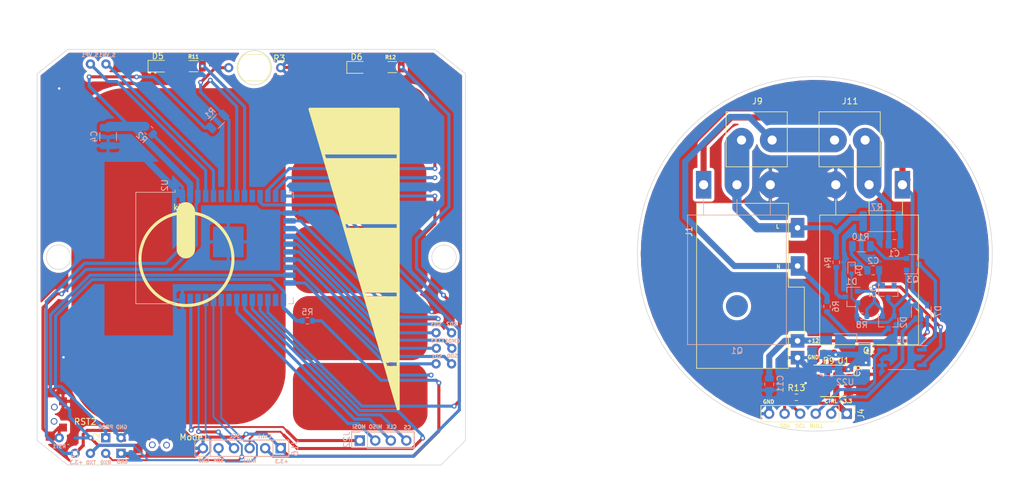
<source format=kicad_pcb>
(kicad_pcb (version 20171130) (host pcbnew "(5.1.10)-1")
  (layers (0 F.Cu signal) (31 B.Cu signal) (34 B.Paste user) (35 F.Paste user hide) (36 B.SilkS user) (37 F.SilkS user) (38 B.Mask user) (39 F.Mask user) (44 Edge.Cuts user))
  (net 0 "")
  (net 1 "Net-(C1-Pad1)")
  (net 2 "Net-(C2-Pad1)")
  (net 3 GND)
  (net 4 +3V3)
  (net 5 +12V)
  (net 6 "Net-(J1-Pad1)")
  (net 7 "Net-(J2-Pad1)")
  (net 8 "Net-(J3-Pad3)")
  (net 9 "Net-(J3-Pad2)")
  (net 10 Mode)
  (net 11 cntrl)
  (net 12 "Net-(U2-Pad24)")
  (net 13 "Net-(C1-Pad2)")
  (net 14 "Net-(C2-Pad2)")
  (net 15 "Net-(D1-Pad3)")
  (net 16 "Net-(D1-Pad2)")
  (net 17 "Net-(D2-Pad3)")
  (net 18 "Net-(J22-Pad3)")
  (net 19 MOSI)
  (net 20 "Net-(J22-Pad4)")
  (net 21 "Net-(J22-Pad2)")
  (net 22 "Net-(U2-Pad8)")
  (net 23 "Net-(U2-Pad14)")
  (net 24 "Net-(U2-Pad16)")
  (net 25 "Net-(U2-Pad13)")
  (net 26 "Net-(U2-Pad12)")
  (net 27 "Net-(Q3-Pad3)")
  (net 28 "Net-(Q3-Pad2)")
  (net 29 "Net-(D5-Pad2)")
  (net 30 "Net-(D6-Pad2)")
  (net 31 BLUE)
  (net 32 RED)
  (net 33 "Net-(D7-Pad5)")
  (net 34 "Net-(J1-Pad2)")
  (net 35 Load_cntrl)
  (net 36 Detect_null)
  (net 37 null)
  (net 38 photo)
  (net 39 SCL)
  (net 40 SDA)
  (net 41 "Net-(CLK1-Pad1)")
  (net 42 "Net-(CMD1-Pad1)")
  (net 43 "Net-(SD0-Pad1)")
  (net 44 "Net-(SD1-Pad1)")
  (net 45 "Net-(SD2-Pad1)")
  (net 46 "Net-(SD3-Pad1)")
  (net 47 "Net-(S_VN1-Pad1)")
  (net 48 "Net-(S_VP1-Pad1)")
  (net 49 "Net-(R2-Pad2)")
  (module Touch_pad:TestPoint_Pad_1.0x1.0sm (layer F.Cu) (at 103.505 95.25)
    (fp_text reference k3 (at 0 0.5) (layer F.SilkS))
    (fp_text value Key)
    (pad 1 smd roundrect (at 0 8.5) (size 35 55) (layers F.Cu F.Paste F.Mask) (net 22 "Net-(U2-Pad8)"))
  )
  (module Touch_pad:aLIEXPRESS_BUTTON_G71Y (layer F.Cu) (at 83.82 130.175 90)
    (fp_text reference RST2 (at -0.635 4.445 180) (layer F.SilkS))
    (fp_text value SW_Push)
    (pad 1 smd rect (at -3 -1.27 270) (size 1.5 1.5) (layers F.Cu F.Paste F.Mask) (net 49 "Net-(R2-Pad2)"))
    (pad 1 smd rect (at -1.6 0.8 270) (size 1.3 1.3) (layers F.Cu F.Paste F.Mask) (net 49 "Net-(R2-Pad2)"))
    (pad 2 smd rect (at 2.7 0.8 270) (size 1.3 1.3) (layers F.Cu F.Paste F.Mask) (net 3 GND))
    (pad "" np_thru_hole circle (at -0.5842 -0.6604 270) (size 1.1 1.1) (drill 0.75) (layers *.Cu *.Mask))
    (pad "" np_thru_hole circle (at 1.75 -0.6096 270) (size 1.1 1.1) (drill 0.75) (layers *.Cu *.Mask))
    (pad 2 smd rect (at 4.0894 -1.27 270) (size 1.5 1.5) (layers F.Cu F.Paste F.Mask) (net 3 GND))
  )
  (module Touch_pad:aLIEXPRESS_BUTTON_G71Y (layer F.Cu) (at 100.965 133.985 180)
    (fp_text reference Mode1 (at -5.08 0.635) (layer F.SilkS))
    (fp_text value SW_Push)
    (pad 1 smd rect (at -3 -1.27) (size 1.5 1.5) (layers F.Cu F.Paste F.Mask) (net 3 GND))
    (pad 1 smd rect (at -1.6 0.8) (size 1.3 1.3) (layers F.Cu F.Paste F.Mask) (net 3 GND))
    (pad 2 smd rect (at 2.7 0.8) (size 1.3 1.3) (layers F.Cu F.Paste F.Mask) (net 10 Mode))
    (pad "" np_thru_hole circle (at -0.5842 -0.6604) (size 1.1 1.1) (drill 0.75) (layers *.Cu *.Mask))
    (pad "" np_thru_hole circle (at 1.75 -0.6096) (size 1.1 1.1) (drill 0.75) (layers *.Cu *.Mask))
    (pad 2 smd rect (at 4.0894 -1.27) (size 1.5 1.5) (layers F.Cu F.Paste F.Mask) (net 10 Mode))
  )
  (module Package_TO_SOT_SMD:SOT-223-3_TabPin2 (layer B.Cu) (at 212.45 119.84)
    (fp_text reference U22 (at 0 4.5) (layer B.SilkS) (effects (justify mirror)))
    (fp_text value AMS1117-3.3)
    (pad 1 smd rect (at -3.15 2.3) (size 2 1.5) (layers B.Cu B.Paste B.Mask) (net 3 GND))
    (pad 3 smd rect (at -3.15 -2.3) (size 2 1.5) (layers B.Cu B.Paste B.Mask) (net 5 +12V))
    (pad 2 smd rect (at -3.15 0) (size 2 1.5) (layers B.Cu B.Paste B.Mask) (net 4 +3V3))
    (pad 2 smd rect (at 3.15 0) (size 2 3.8) (layers B.Cu B.Paste B.Mask) (net 4 +3V3))
  )
  (module Connector_PinHeader_2.54mm:PinHeader_1x06_P2.54mm_Vertical (layer B.Cu) (at 120.2 135.15 90)
    (fp_text reference J16 (at 0 2.33 90) (layer B.SilkS) (effects (justify mirror)))
    (fp_text value Conn_01x06)
    (pad 6 thru_hole oval (at 0 -12.7 90) (size 1.7 1.7) (drill 1) (layers *.Cu *.Mask) (net 3 GND))
    (pad 5 thru_hole oval (at 0 -10.16 90) (size 1.7 1.7) (drill 1) (layers *.Cu *.Mask) (net 40 SDA))
    (pad 4 thru_hole oval (at 0 -7.62 90) (size 1.7 1.7) (drill 1) (layers *.Cu *.Mask) (net 39 SCL))
    (pad 3 thru_hole oval (at 0 -5.08 90) (size 1.7 1.7) (drill 1) (layers *.Cu *.Mask) (net 37 null))
    (pad 2 thru_hole oval (at 0 -2.54 90) (size 1.7 1.7) (drill 1) (layers *.Cu *.Mask) (net 11 cntrl))
    (pad 1 thru_hole rect (at 0 0 90) (size 1.7 1.7) (drill 1) (layers *.Cu *.Mask) (net 4 +3V3))
  )
  (module Connector_PinHeader_2.54mm:PinHeader_1x06_P2.54mm_Vertical (layer F.Cu) (at 212.72 129.5 270)
    (fp_text reference J4 (at 0 -2.33 90) (layer F.SilkS))
    (fp_text value Conn_01x06)
    (pad 6 thru_hole oval (at 0 12.7 270) (size 1.7 1.7) (drill 1) (layers *.Cu *.Mask) (net 3 GND))
    (pad 5 thru_hole oval (at 0 10.16 270) (size 1.7 1.7) (drill 1) (layers *.Cu *.Mask) (net 40 SDA))
    (pad 4 thru_hole oval (at 0 7.62 270) (size 1.7 1.7) (drill 1) (layers *.Cu *.Mask) (net 39 SCL))
    (pad 3 thru_hole oval (at 0 5.08 270) (size 1.7 1.7) (drill 1) (layers *.Cu *.Mask) (net 36 Detect_null))
    (pad 2 thru_hole oval (at 0 2.54 270) (size 1.7 1.7) (drill 1) (layers *.Cu *.Mask) (net 35 Load_cntrl))
    (pad 1 thru_hole rect (at 0 0 270) (size 1.7 1.7) (drill 1) (layers *.Cu *.Mask) (net 4 +3V3))
  )
  (module Capacitor_SMD:C_0805_2012Metric (layer B.Cu) (at 200.0504 124.6886 270)
    (fp_text reference C11 (at -0.065 -1.8 270) (layer B.SilkS) (effects (justify mirror)))
    (fp_text value 1uF)
    (pad 2 smd roundrect (at 0.95 0 270) (size 1 1.45) (layers B.Cu B.Paste B.Mask) (net 3 GND))
    (pad 1 smd roundrect (at -0.95 0 270) (size 1 1.45) (layers B.Cu B.Paste B.Mask) (net 5 +12V))
  )
  (module SMout:Diodes_SO-8 (layer F.Cu) (at 210.5025 124.135)
    (fp_text reference U1 (at 1.6675 -3.3) (layer F.SilkS))
    (fp_text value LM75B)
    (pad 8 smd rect (at 2.4975 -1.905) (size 1.505 0.802) (layers F.Cu F.Paste F.Mask) (net 4 +3V3))
    (pad 7 smd rect (at 2.4975 -0.635) (size 1.505 0.802) (layers F.Cu F.Paste F.Mask) (net 3 GND))
    (pad 6 smd rect (at 2.4975 0.635) (size 1.505 0.802) (layers F.Cu F.Paste F.Mask) (net 3 GND))
    (pad 5 smd rect (at 2.4975 1.905) (size 1.505 0.802) (layers F.Cu F.Paste F.Mask) (net 3 GND))
    (pad 4 smd rect (at -2.4975 1.905) (size 1.505 0.802) (layers F.Cu F.Paste F.Mask) (net 3 GND))
    (pad 3 smd rect (at -2.4975 0.635) (size 1.505 0.802) (layers F.Cu F.Paste F.Mask))
    (pad 2 smd rect (at -2.4975 -0.635) (size 1.505 0.802) (layers F.Cu F.Paste F.Mask) (net 39 SCL))
    (pad 1 smd rect (at -2.4975 -1.905) (size 1.505 0.802) (layers F.Cu F.Paste F.Mask) (net 40 SDA))
  )
  (module Resistor_SMD:R_0603_1608Metric (layer B.Cu) (at 215.175 113.55)
    (fp_text reference R8 (at 0 1.43 180) (layer B.SilkS) (effects (justify mirror)))
    (fp_text value "330k 0.25W")
    (pad 1 smd roundrect (at -0.825 0) (size 0.8 0.95) (layers B.Cu B.Paste B.Mask) (net 16 "Net-(D1-Pad2)"))
    (pad 2 smd roundrect (at 0.825 0) (size 0.8 0.95) (layers B.Cu B.Paste B.Mask) (net 14 "Net-(C2-Pad2)"))
  )
  (module Package_TO_SOT_THT:TO-247-3_Horizontal_TabDown (layer F.Cu) (at 221.82 92.05 180)
    (fp_text reference Q2 (at 5.45 -27.15) (layer F.SilkS))
    (fp_text value IRFP460APBF)
    (pad "" connect oval (at 5.45 -19.86 180) (size 3.6 3.6) (layers F.Cu F.Mask))
    (pad 1 thru_hole rect (at 0 0 180) (size 2.5 4.5) (drill 1.5) (layers *.Cu *.Mask) (net 33 "Net-(D7-Pad5)"))
    (pad 2 thru_hole oval (at 5.45 0 180) (size 2.5 4.5) (drill 1.5) (layers *.Cu *.Mask) (net 13 "Net-(C1-Pad2)"))
    (pad 3 thru_hole oval (at 10.9 0 180) (size 2.5 4.5) (drill 1.5) (layers *.Cu *.Mask) (net 3 GND))
  )
  (module Package_TO_SOT_SMD:SOT-23-5 (layer B.Cu) (at 224.9 112.85 90)
    (fp_text reference D7 (at 0.1 2.75 90) (layer B.SilkS) (effects (justify mirror)))
    (fp_text value Fan3100tsx)
    (pad 1 smd rect (at -1.1 0.95 90) (size 1.06 0.65) (layers B.Cu B.Paste B.Mask) (net 5 +12V))
    (pad 2 smd rect (at -1.1 0 90) (size 1.06 0.65) (layers B.Cu B.Paste B.Mask) (net 3 GND))
    (pad 3 smd rect (at -1.1 -0.95 90) (size 1.06 0.65) (layers B.Cu B.Paste B.Mask) (net 35 Load_cntrl))
    (pad 4 smd rect (at 1.1 -0.95 90) (size 1.06 0.65) (layers B.Cu B.Paste B.Mask) (net 3 GND))
    (pad 5 smd rect (at 1.1 0.95 90) (size 1.06 0.65) (layers B.Cu B.Paste B.Mask) (net 33 "Net-(D7-Pad5)"))
  )
  (module Package_TO_SOT_THT:TO-247-3_Horizontal_TabDown (layer B.Cu) (at 189.32 92.05)
    (fp_text reference Q1 (at 5.45 27.15) (layer B.SilkS) (effects (justify mirror)))
    (fp_text value IRFP460APBF)
    (pad 3 thru_hole oval (at 10.9 0) (size 2.5 4.5) (drill 1.5) (layers *.Cu *.Mask) (net 3 GND))
    (pad 2 thru_hole oval (at 5.45 0) (size 2.5 4.5) (drill 1.5) (layers *.Cu *.Mask) (net 6 "Net-(J1-Pad1)"))
    (pad 1 thru_hole rect (at 0 0) (size 2.5 4.5) (drill 1.5) (layers *.Cu *.Mask) (net 33 "Net-(D7-Pad5)"))
    (pad "" connect oval (at 5.45 19.86) (size 3.6 3.6) (layers B.Cu B.Mask))
  )
  (module Diode_SMD:D_SOD-523 (layer B.Cu) (at 213.5 105.85 270)
    (fp_text reference D4 (at 0.25 -1.25 90) (layer B.SilkS) (effects (justify mirror)))
    (fp_text value 1N4148WT)
    (pad 2 smd rect (at 0.7 0 90) (size 0.6 0.7) (layers B.Cu B.Paste B.Mask) (net 16 "Net-(D1-Pad2)"))
    (pad 1 smd rect (at -0.7 0 90) (size 0.6 0.7) (layers B.Cu B.Paste B.Mask) (net 2 "Net-(C2-Pad1)"))
  )
  (module Package_SO:SOIC-4_4.55x3.7mm_P2.54mm (layer B.Cu) (at 221.75 120.32 180)
    (fp_text reference U4 (at 0 2.8) (layer B.SilkS) (effects (justify mirror)))
    (fp_text value TLP185)
    (pad 1 smd roundrect (at -3.25 1.27 180) (size 1.6 0.55) (layers B.Cu B.Paste B.Mask) (net 27 "Net-(Q3-Pad3)"))
    (pad 3 smd roundrect (at -3.25 -1.27 180) (size 1.6 0.55) (layers B.Cu B.Paste B.Mask) (net 14 "Net-(C2-Pad2)"))
    (pad 4 smd roundrect (at 3.25 -1.27 180) (size 1.6 0.55) (layers B.Cu B.Paste B.Mask) (net 3 GND))
    (pad 6 smd roundrect (at 3.25 1.27 180) (size 1.6 0.55) (layers B.Cu B.Paste B.Mask) (net 36 Detect_null))
  )
  (module "SMout:OUT_IN(1)" (layer F.Cu) (at 218.22 79.99 270)
    (fp_text reference J11 (at -1.61 4.95 180) (layer F.SilkS))
    (fp_text value 220v_OUT)
    (pad 1 thru_hole circle (at 4.75 2.5 270) (size 3 3) (drill 1.5) (layers *.Cu *.Mask) (net 13 "Net-(C1-Pad2)"))
    (pad 2 thru_hole circle (at 4.75 7.5 270) (size 3 3) (drill 1.5) (layers *.Cu *.Mask) (net 34 "Net-(J1-Pad2)"))
  )
  (module Package_TO_SOT_SMD:SOT-23 (layer B.Cu) (at 213.5 110.4 180)
    (fp_text reference D1 (at 0 2.5 180) (layer B.SilkS) (effects (justify mirror)))
    (fp_text value BAV99)
    (pad 1 smd rect (at -1 0.95 180) (size 0.9 0.8) (layers B.Cu B.Paste B.Mask) (net 14 "Net-(C2-Pad2)"))
    (pad 2 smd rect (at -1 -0.95 180) (size 0.9 0.8) (layers B.Cu B.Paste B.Mask) (net 16 "Net-(D1-Pad2)"))
    (pad 3 smd rect (at 1 0 180) (size 0.9 0.8) (layers B.Cu B.Paste B.Mask) (net 15 "Net-(D1-Pad3)"))
  )
  (module SMout:oblast_bp (layer F.Cu) (at 188.18 95.09)
    (fp_text reference J1 (at -1.23 4.61 90) (layer F.SilkS))
    (fp_text value 220to12)
    (pad 4 thru_hole rect (at 16.5 25.25) (size 2.2 2.2) (drill 0.9) (layers *.Cu *.Mask) (net 3 GND))
    (pad 3 thru_hole rect (at 16.5 22.5) (size 2.2 2.2) (drill 0.9) (layers *.Cu *.Mask) (net 5 +12V))
    (pad 2 thru_hole rect (at 16.5 10.25) (size 2.2 3.2) (drill 0.9) (layers *.Cu *.Mask) (net 34 "Net-(J1-Pad2)"))
    (pad 1 thru_hole rect (at 16.5 4) (size 2.2 3.2) (drill 0.9) (layers *.Cu *.Mask) (net 6 "Net-(J1-Pad1)"))
  )
  (module "SMout:OUT_IN(1)" (layer F.Cu) (at 203.02 79.99 270)
    (fp_text reference J9 (at -1.61 4.91 180) (layer F.SilkS))
    (fp_text value 220v_IN)
    (pad 1 thru_hole circle (at 4.75 2.5 270) (size 3 3) (drill 1.5) (layers *.Cu *.Mask) (net 34 "Net-(J1-Pad2)"))
    (pad 2 thru_hole circle (at 4.75 7.5 270) (size 3 3) (drill 1.5) (layers *.Cu *.Mask) (net 6 "Net-(J1-Pad1)"))
  )
  (module Capacitor_SMD:C_0805_2012Metric (layer B.Cu) (at 220.52 101.75 180)
    (fp_text reference C1 (at 0.07 -1.55) (layer B.SilkS) (effects (justify mirror)))
    (fp_text value 0.01mk)
    (pad 2 smd roundrect (at 0.95 0 180) (size 1 1.45) (layers B.Cu B.Paste B.Mask) (net 13 "Net-(C1-Pad2)"))
    (pad 1 smd roundrect (at -0.95 0 180) (size 1 1.45) (layers B.Cu B.Paste B.Mask) (net 1 "Net-(C1-Pad1)"))
  )
  (module Capacitor_SMD:C_0805_2012Metric (layer F.Cu) (at 215.86 122.12 270)
    (fp_text reference C8 (at 0.4 1.45 90) (layer F.SilkS))
    (fp_text value 0.1uF)
    (pad 2 smd roundrect (at 0.95 0 270) (size 1 1.45) (layers F.Cu F.Paste F.Mask) (net 3 GND))
    (pad 1 smd roundrect (at -0.95 0 270) (size 1 1.45) (layers F.Cu F.Paste F.Mask) (net 4 +3V3))
  )
  (module Resistor_SMD:R_2512_6332Metric (layer B.Cu) (at 218.35 98 180)
    (fp_text reference R7 (at 0.7 2.3) (layer B.SilkS) (effects (justify mirror)))
    (fp_text value "220 1W")
    (pad 1 smd roundrect (at -2.9625 0 180) (size 1.225 3.35) (layers B.Cu B.Paste B.Mask) (roundrect_rratio 0.2040816326530612) (net 1 "Net-(C1-Pad1)"))
    (pad 2 smd roundrect (at 2.9625 0 180) (size 1.225 3.35) (layers B.Cu B.Paste B.Mask) (roundrect_rratio 0.2040816326530612) (net 6 "Net-(J1-Pad1)"))
  )
  (module Resistor_SMD:R_0603_1608Metric (layer B.Cu) (at 211 104.725 90)
    (fp_text reference R4 (at -0.075 -1.35 270) (layer B.SilkS) (effects (justify mirror)))
    (fp_text value "120k 0.25W")
    (pad 1 smd roundrect (at -0.825 0 90) (size 0.8 0.95) (layers B.Cu B.Paste B.Mask) (net 15 "Net-(D1-Pad3)"))
    (pad 2 smd roundrect (at 0.825 0 90) (size 0.8 0.95) (layers B.Cu B.Paste B.Mask) (net 6 "Net-(J1-Pad1)"))
  )
  (module Package_TO_SOT_SMD:SOT-23 (layer B.Cu) (at 223.5 105.05)
    (fp_text reference Q3 (at 0 2.5 180) (layer B.SilkS) (effects (justify mirror)))
    (fp_text value BC807)
    (pad 1 smd rect (at -1 0.95) (size 0.9 0.8) (layers B.Cu B.Paste B.Mask) (net 16 "Net-(D1-Pad2)"))
    (pad 2 smd rect (at -1 -0.95) (size 0.9 0.8) (layers B.Cu B.Paste B.Mask) (net 28 "Net-(Q3-Pad2)"))
    (pad 3 smd rect (at 1 0) (size 0.9 0.8) (layers B.Cu B.Paste B.Mask) (net 27 "Net-(Q3-Pad3)"))
  )
  (module Package_TO_SOT_SMD:SOT-23 (layer B.Cu) (at 219.5 114.55 270)
    (fp_text reference D2 (at 0 -2.5 270) (layer B.SilkS) (effects (justify mirror)))
    (fp_text value BAV99)
    (pad 1 smd rect (at -1 0.95 270) (size 0.9 0.8) (layers B.Cu B.Paste B.Mask) (net 14 "Net-(C2-Pad2)"))
    (pad 2 smd rect (at -1 -0.95 270) (size 0.9 0.8) (layers B.Cu B.Paste B.Mask) (net 16 "Net-(D1-Pad2)"))
    (pad 3 smd rect (at 1 0 270) (size 0.9 0.8) (layers B.Cu B.Paste B.Mask) (net 17 "Net-(D2-Pad3)"))
  )
  (module Resistor_SMD:R_0603_1608Metric (layer B.Cu) (at 209.5 111.975 90)
    (fp_text reference R6 (at 0 1.43 270) (layer B.SilkS) (effects (justify mirror)))
    (fp_text value "120k 0.25W")
    (pad 1 smd roundrect (at -0.825 0 90) (size 0.8 0.95) (layers B.Cu B.Paste B.Mask) (net 17 "Net-(D2-Pad3)"))
    (pad 2 smd roundrect (at 0.825 0 90) (size 0.8 0.95) (layers B.Cu B.Paste B.Mask) (net 34 "Net-(J1-Pad2)"))
  )
  (module Diode_SMD:D_SOT-23_ANK (layer B.Cu) (at 219.5 109.55 270)
    (fp_text reference D3 (at 0 2.5 270) (layer B.SilkS) (effects (justify mirror)))
    (fp_text value BZX84Cxx)
    (pad 2 smd rect (at -1 0.95 270) (size 0.9 0.8) (layers B.Cu B.Paste B.Mask) (net 14 "Net-(C2-Pad2)"))
    (pad "" smd rect (at -1 -0.95 270) (size 0.9 0.8) (layers B.Cu B.Paste B.Mask))
    (pad 1 smd rect (at 1 0 270) (size 0.9 0.8) (layers B.Cu B.Paste B.Mask) (net 16 "Net-(D1-Pad2)"))
  )
  (module Capacitor_SMD:C_0805_2012Metric (layer B.Cu) (at 217.05 106.05)
    (fp_text reference C2 (at 0 -1.55) (layer B.SilkS) (effects (justify mirror)))
    (fp_text value 0.47mk)
    (pad 1 smd roundrect (at -0.95 0) (size 1 1.45) (layers B.Cu B.Paste B.Mask) (net 2 "Net-(C2-Pad1)"))
    (pad 2 smd roundrect (at 0.95 0) (size 1 1.45) (layers B.Cu B.Paste B.Mask) (net 14 "Net-(C2-Pad2)"))
  )
  (module Resistor_SMD:R_1206_3216Metric (layer B.Cu) (at 215.1 102.1 180)
    (fp_text reference R10 (at 0.1125 1.55) (layer B.SilkS) (effects (justify mirror)))
    (fp_text value 220)
    (pad 1 smd roundrect (at -1.4625 0 180) (size 1.125 1.75) (layers B.Cu B.Paste B.Mask) (roundrect_rratio 0.2222213333333333) (net 28 "Net-(Q3-Pad2)"))
    (pad 2 smd roundrect (at 1.4625 0 180) (size 1.125 1.75) (layers B.Cu B.Paste B.Mask) (roundrect_rratio 0.2222213333333333) (net 2 "Net-(C2-Pad1)"))
  )
  (module SMout:R_LDR_5.1x4.3mm_P3.4mm_Vertical (layer F.Cu) (at 114.2 72.9)
    (fp_text reference R3 (at 5.77 -1.52) (layer F.SilkS))
    (fp_text value GL5528)
    (pad 2 thru_hole circle (at 6 0) (size 1.5 1.5) (drill 0.8) (layers *.Cu *.Mask) (net 3 GND))
    (pad 1 thru_hole circle (at -2.5 0) (size 1.5 1.5) (drill 0.8) (layers *.Cu *.Mask) (net 38 photo))
  )
  (module LED_SMD:LED_0805_2012Metric (layer F.Cu) (at 100.2125 72.65)
    (fp_text reference D5 (at -0.0925 -1.66) (layer F.SilkS))
    (fp_text value BLUE)
    (pad 2 smd roundrect (at 0.9375 0) (size 0.975 1.4) (layers F.Cu F.Paste F.Mask) (net 29 "Net-(D5-Pad2)"))
    (pad 1 smd roundrect (at -0.9375 0) (size 0.975 1.4) (layers F.Cu F.Paste F.Mask) (net 3 GND))
  )
  (module LED_SMD:LED_0805_2012Metric (layer F.Cu) (at 132.6875 72.85)
    (fp_text reference D6 (at -0.0875 -1.7) (layer F.SilkS))
    (fp_text value RED)
    (pad 2 smd roundrect (at 0.9375 0) (size 0.975 1.4) (layers F.Cu F.Paste F.Mask) (net 30 "Net-(D6-Pad2)"))
    (pad 1 smd roundrect (at -0.9375 0) (size 0.975 1.4) (layers F.Cu F.Paste F.Mask) (net 3 GND))
  )
  (module Touch_pad:TestPoint_Pad_1.0x1.0sm (layer F.Cu) (at 133.2 116.7)
    (fp_text reference k2 (at 5.2 5.6) (layer F.SilkS))
    (fp_text value Key)
    (pad 1 smd roundrect (at 0 10) (size 22 11) (layers F.Cu F.Paste F.Mask) (net 12 "Net-(U2-Pad24)"))
  )
  (module Touch_pad:TestPoint_Pad_1.0x1.0sm (layer F.Cu) (at 133.2 105.5)
    (fp_text reference k5 (at 3.6 5.4) (layer F.SilkS))
    (fp_text value Key)
    (pad 1 smd roundrect (at 0 10) (size 22 10.5) (layers F.Cu F.Paste F.Mask) (net 24 "Net-(U2-Pad16)"))
  )
  (module Touch_pad:TestPoint_Pad_1.0x1.0sm (layer F.Cu) (at 133.2 94.3)
    (fp_text reference k4 (at 2 5.6) (layer F.SilkS))
    (fp_text value Key)
    (pad 1 smd roundrect (at 0 10) (size 22 11) (layers F.Cu F.Paste F.Mask) (net 23 "Net-(U2-Pad14)"))
  )
  (module Touch_pad:TestPoint_Pad_1.0x1.0sm (layer F.Cu) (at 133 91.5 180)
    (fp_text reference k7 (at -0.2 11) (layer F.SilkS))
    (fp_text value Key)
    (pad 1 smd roundrect (at 0 10 180) (size 22 11) (layers F.Cu F.Paste F.Mask) (net 26 "Net-(U2-Pad12)"))
  )
  (module Touch_pad:TestPoint_Pad_1.0x1.0sm (layer F.Cu) (at 133 102.9 180)
    (fp_text reference k6 (at -0.2 14.4) (layer F.SilkS))
    (fp_text value Key)
    (pad 1 smd roundrect (at 0 10 180) (size 22 11) (layers F.Cu F.Paste F.Mask) (net 25 "Net-(U2-Pad13)"))
  )
  (module Connector_PinHeader_2.54mm:PinHeader_1x04_P2.54mm_Vertical (layer B.Cu) (at 133.12 133.9 270)
    (fp_text reference J22 (at -0.15 2.12 270) (layer B.SilkS) (effects (justify mirror)))
    (fp_text value SPI)
    (pad 4 thru_hole oval (at 0 -7.62 270) (size 1.7 1.7) (drill 1) (layers *.Cu *.Mask) (net 20 "Net-(J22-Pad4)"))
    (pad 3 thru_hole oval (at 0 -5.08 270) (size 1.7 1.7) (drill 1) (layers *.Cu *.Mask) (net 18 "Net-(J22-Pad3)"))
    (pad 2 thru_hole oval (at 0 -2.54 270) (size 1.7 1.7) (drill 1) (layers *.Cu *.Mask) (net 21 "Net-(J22-Pad2)"))
    (pad 1 thru_hole rect (at 0 0 270) (size 1.7 1.7) (drill 1) (layers *.Cu *.Mask) (net 19 MOSI))
  )
  (module SMout:polz_razjem (layer F.Cu) (at 84 133.45)
    (fp_text reference RST1 (at 0 1.4 180) (layer B.SilkS) (effects (font (size 0.6 0.6)) (justify mirror)))
    (fp_text value Rst)
    (pad 1 thru_hole circle (at 0 0) (size 1.524 1.524) (drill 0.762) (layers *.Cu *.Mask) (net 49 "Net-(R2-Pad2)"))
  )
  (module RF_Module:ESP32-WROOM-32 (layer B.Cu) (at 112.385 102.4 270)
    (fp_text reference U2 (at -10.25 11.135 270) (layer B.SilkS) (effects (justify mirror)))
    (fp_text value ESP32-WROOM-32D)
    (pad 38 smd rect (at 8.5 8.255 270) (size 2 0.9) (layers B.Cu B.Paste B.Mask) (net 3 GND))
    (pad 37 smd rect (at 8.5 6.985 270) (size 2 0.9) (layers B.Cu B.Paste B.Mask) (net 19 MOSI))
    (pad 36 smd rect (at 8.5 5.715 270) (size 2 0.9) (layers B.Cu B.Paste B.Mask) (net 39 SCL))
    (pad 35 smd rect (at 8.5 4.445 270) (size 2 0.9) (layers B.Cu B.Paste B.Mask) (net 9 "Net-(J3-Pad2)"))
    (pad 34 smd rect (at 8.5 3.175 270) (size 2 0.9) (layers B.Cu B.Paste B.Mask) (net 8 "Net-(J3-Pad3)"))
    (pad 33 smd rect (at 8.5 1.905 270) (size 2 0.9) (layers B.Cu B.Paste B.Mask) (net 40 SDA))
    (pad 32 smd rect (at 8.5 0.635 270) (size 2 0.9) (layers B.Cu B.Paste B.Mask))
    (pad 31 smd rect (at 8.5 -0.635 270) (size 2 0.9) (layers B.Cu B.Paste B.Mask) (net 21 "Net-(J22-Pad2)"))
    (pad 30 smd rect (at 8.5 -1.905 270) (size 2 0.9) (layers B.Cu B.Paste B.Mask) (net 18 "Net-(J22-Pad3)"))
    (pad 29 smd rect (at 8.5 -3.175 270) (size 2 0.9) (layers B.Cu B.Paste B.Mask) (net 20 "Net-(J22-Pad4)"))
    (pad 28 smd rect (at 8.5 -4.445 270) (size 2 0.9) (layers B.Cu B.Paste B.Mask) (net 37 null))
    (pad 27 smd rect (at 8.5 -5.715 270) (size 2 0.9) (layers B.Cu B.Paste B.Mask) (net 32 RED))
    (pad 26 smd rect (at 8.5 -6.985 270) (size 2 0.9) (layers B.Cu B.Paste B.Mask))
    (pad 25 smd rect (at 8.5 -8.255 270) (size 2 0.9) (layers B.Cu B.Paste B.Mask) (net 7 "Net-(J2-Pad1)"))
    (pad 24 smd rect (at 5.715 -9.255 180) (size 2 0.9) (layers B.Cu B.Paste B.Mask) (net 12 "Net-(U2-Pad24)"))
    (pad 23 smd rect (at 4.445 -9.255 180) (size 2 0.9) (layers B.Cu B.Paste B.Mask) (net 10 Mode))
    (pad 22 smd rect (at 3.175 -9.255 180) (size 2 0.9) (layers B.Cu B.Paste B.Mask) (net 44 "Net-(SD1-Pad1)"))
    (pad 21 smd rect (at 1.905 -9.255 180) (size 2 0.9) (layers B.Cu B.Paste B.Mask) (net 43 "Net-(SD0-Pad1)"))
    (pad 20 smd rect (at 0.635 -9.255 180) (size 2 0.9) (layers B.Cu B.Paste B.Mask) (net 41 "Net-(CLK1-Pad1)"))
    (pad 19 smd rect (at -0.635 -9.255 180) (size 2 0.9) (layers B.Cu B.Paste B.Mask) (net 42 "Net-(CMD1-Pad1)"))
    (pad 18 smd rect (at -1.905 -9.255 180) (size 2 0.9) (layers B.Cu B.Paste B.Mask) (net 46 "Net-(SD3-Pad1)"))
    (pad 17 smd rect (at -3.175 -9.255 180) (size 2 0.9) (layers B.Cu B.Paste B.Mask) (net 45 "Net-(SD2-Pad1)"))
    (pad 16 smd rect (at -4.445 -9.255 180) (size 2 0.9) (layers B.Cu B.Paste B.Mask) (net 24 "Net-(U2-Pad16)"))
    (pad 15 smd rect (at -5.715 -9.255 180) (size 2 0.9) (layers B.Cu B.Paste B.Mask) (net 3 GND))
    (pad 14 smd rect (at -8.5 -8.255 270) (size 2 0.9) (layers B.Cu B.Paste B.Mask) (net 23 "Net-(U2-Pad14)"))
    (pad 13 smd rect (at -8.5 -6.985 270) (size 2 0.9) (layers B.Cu B.Paste B.Mask) (net 25 "Net-(U2-Pad13)"))
    (pad 12 smd rect (at -8.5 -5.715 270) (size 2 0.9) (layers B.Cu B.Paste B.Mask) (net 26 "Net-(U2-Pad12)"))
    (pad 11 smd rect (at -8.5 -4.445 270) (size 2 0.9) (layers B.Cu B.Paste B.Mask) (net 11 cntrl))
    (pad 10 smd rect (at -8.5 -3.175 270) (size 2 0.9) (layers B.Cu B.Paste B.Mask))
    (pad 9 smd rect (at -8.5 -1.905 270) (size 2 0.9) (layers B.Cu B.Paste B.Mask) (net 31 BLUE))
    (pad 8 smd rect (at -8.5 -0.635 270) (size 2 0.9) (layers B.Cu B.Paste B.Mask) (net 22 "Net-(U2-Pad8)"))
    (pad 7 smd rect (at -8.5 0.635 270) (size 2 0.9) (layers B.Cu B.Paste B.Mask) (net 38 photo))
    (pad 6 smd rect (at -8.5 1.905 270) (size 2 0.9) (layers B.Cu B.Paste B.Mask))
    (pad 5 smd rect (at -8.5 3.175 270) (size 2 0.9) (layers B.Cu B.Paste B.Mask) (net 47 "Net-(S_VN1-Pad1)"))
    (pad 4 smd rect (at -8.5 4.445 270) (size 2 0.9) (layers B.Cu B.Paste B.Mask) (net 48 "Net-(S_VP1-Pad1)"))
    (pad 3 smd rect (at -8.5 5.715 270) (size 2 0.9) (layers B.Cu B.Paste B.Mask) (net 49 "Net-(R2-Pad2)"))
    (pad 2 smd rect (at -8.5 6.985 270) (size 2 0.9) (layers B.Cu B.Paste B.Mask) (net 4 +3V3))
    (pad 1 smd rect (at -8.5 8.255 270) (size 2 0.9) (layers B.Cu B.Paste B.Mask) (net 3 GND))
    (pad 39 smd rect (at -1 0.755 270) (size 5 5) (layers B.Cu B.Paste B.Mask) (net 3 GND))
  )
  (module Resistor_SMD:R_1206_3216Metric (layer F.Cu) (at 138.4375 72.8 180)
    (fp_text reference R12 (at 0.2875 1.6 180) (layer F.SilkS) (effects (font (size 0.6 0.6))))
    (fp_text value 220)
    (pad 2 smd roundrect (at 1.4625 0 180) (size 1.125 1.75) (layers F.Cu F.Paste F.Mask) (roundrect_rratio 0.2222213333333333) (net 30 "Net-(D6-Pad2)"))
    (pad 1 smd roundrect (at -1.4625 0 180) (size 1.125 1.75) (layers F.Cu F.Paste F.Mask) (roundrect_rratio 0.2222213333333333) (net 32 RED))
  )
  (module Resistor_SMD:R_1206_3216Metric (layer F.Cu) (at 105.9375 72.65 180)
    (fp_text reference R11 (at -0.0125 1.55 180) (layer F.SilkS) (effects (font (size 0.6 0.6))))
    (fp_text value 220)
    (pad 1 smd roundrect (at -1.4625 0 180) (size 1.125 1.75) (layers F.Cu F.Paste F.Mask) (roundrect_rratio 0.2222213333333333) (net 31 BLUE))
    (pad 2 smd roundrect (at 1.4625 0 180) (size 1.125 1.75) (layers F.Cu F.Paste F.Mask) (roundrect_rratio 0.2222213333333333) (net 29 "Net-(D5-Pad2)"))
  )
  (module Resistor_SMD:R_0603_1608Metric (layer B.Cu) (at 124.575 114.3 180)
    (fp_text reference R5 (at 0 1.43 180) (layer B.SilkS) (effects (justify mirror)))
    (fp_text value 10k)
    (pad 2 smd roundrect (at 0.825 0 180) (size 0.8 0.95) (layers B.Cu B.Paste B.Mask) (net 7 "Net-(J2-Pad1)"))
    (pad 1 smd roundrect (at -0.825 0 180) (size 0.8 0.95) (layers B.Cu B.Paste B.Mask) (net 4 +3V3))
  )
  (module Resistor_SMD:R_1206_3216Metric (layer B.Cu) (at 109.8625 81.684144 45)
    (fp_text reference R1 (at 0.0875 -1.8 45) (layer B.SilkS) (effects (justify mirror)))
    (fp_text value 2.2M)
    (pad 2 smd roundrect (at 1.4625 0 45) (size 1.125 1.75) (layers B.Cu B.Paste B.Mask) (roundrect_rratio 0.2222213333333333) (net 38 photo))
    (pad 1 smd roundrect (at -1.4625 0 45) (size 1.125 1.75) (layers B.Cu B.Paste B.Mask) (roundrect_rratio 0.2222213333333333) (net 4 +3V3))
  )
  (module Capacitor_SMD:C_1210_3225Metric (layer B.Cu) (at 92 84.175 270)
    (fp_text reference C4 (at 0 2.3 270) (layer B.SilkS) (effects (justify mirror)))
    (fp_text value 100mk)
    (pad 2 smd roundrect (at 1.475 0 270) (size 1.15 2.7) (layers B.Cu B.Paste B.Mask) (roundrect_rratio 0.2173904347826087) (net 3 GND))
    (pad 1 smd roundrect (at -1.475 0 270) (size 1.15 2.7) (layers B.Cu B.Paste B.Mask) (roundrect_rratio 0.2173904347826087) (net 4 +3V3))
  )
  (module Resistor_SMD:R_0805_2012Metric (layer B.Cu) (at 98.65 83.15 315)
    (fp_text reference R2 (at 0 1.65 135) (layer B.SilkS) (effects (justify mirror)))
    (fp_text value 10k)
    (pad 1 smd roundrect (at -0.9125 0 315) (size 1.025 1.4) (layers B.Cu B.Paste B.Mask) (roundrect_rratio 0.2439014634146341) (net 4 +3V3))
    (pad 2 smd roundrect (at 0.9125 0 315) (size 1.025 1.4) (layers B.Cu B.Paste B.Mask) (roundrect_rratio 0.2439014634146341) (net 49 "Net-(R2-Pad2)"))
  )
  (module SMout:polz_razjem (layer F.Cu) (at 145.59 121.35)
    (fp_text reference SD1 (at 0.11 -1.2) (layer B.SilkS) (effects (font (size 0.6 0.6)) (justify mirror)))
    (fp_text value Pin)
    (pad 1 thru_hole circle (at 0 0) (size 1.524 1.524) (drill 0.762) (layers *.Cu *.Mask) (net 44 "Net-(SD1-Pad1)"))
  )
  (module SMout:polz_razjem (layer F.Cu) (at 148.13 116.27)
    (fp_text reference SD2 (at 0.02 -1.42 180) (layer B.SilkS) (effects (font (size 0.6 0.6)) (justify mirror)))
    (fp_text value Pin)
    (pad 1 thru_hole circle (at 0 0) (size 1.524 1.524) (drill 0.762) (layers *.Cu *.Mask) (net 45 "Net-(SD2-Pad1)"))
  )
  (module SMout:polz_razjem (layer B.Cu) (at 89.1 72.3 180)
    (fp_text reference S_VP1 (at 0.09 1.47) (layer B.SilkS) (effects (font (size 0.6 0.6)) (justify mirror)))
    (fp_text value ADC)
    (pad 1 thru_hole circle (at 0 0 180) (size 1.524 1.524) (drill 0.762) (layers *.Cu *.Mask) (net 48 "Net-(S_VP1-Pad1)"))
  )
  (module SMout:polz_razjem (layer F.Cu) (at 145.64 118.8)
    (fp_text reference CLK1 (at 0.11 -1.25) (layer B.SilkS) (effects (font (size 0.6 0.6)) (justify mirror)))
    (fp_text value Pin)
    (pad 1 thru_hole circle (at 0 0) (size 1.524 1.524) (drill 0.762) (layers *.Cu *.Mask) (net 41 "Net-(CLK1-Pad1)"))
  )
  (module SMout:polz_razjem (layer B.Cu) (at 91.64 72.3 180)
    (fp_text reference S_VN1 (at -0.21 1.47) (layer B.SilkS) (effects (font (size 0.6 0.6)) (justify mirror)))
    (fp_text value ADC)
    (pad 1 thru_hole circle (at 0 0 180) (size 1.524 1.524) (drill 0.762) (layers *.Cu *.Mask) (net 47 "Net-(S_VN1-Pad1)"))
  )
  (module SMout:polz_razjem (layer B.Cu) (at 148.13 121.35 180)
    (fp_text reference SD0 (at -0.12 1.3 180) (layer B.SilkS) (effects (font (size 0.6 0.6)) (justify mirror)))
    (fp_text value Pin)
    (pad 1 thru_hole circle (at 0 0 180) (size 1.524 1.524) (drill 0.762) (layers *.Cu *.Mask) (net 43 "Net-(SD0-Pad1)"))
  )
  (module SMout:polz_razjem (layer F.Cu) (at 148.18 118.81)
    (fp_text reference CMD1 (at 0.07 -1.21) (layer B.SilkS) (effects (font (size 0.6 0.6)) (justify mirror)))
    (fp_text value Pin)
    (pad 1 thru_hole circle (at 0 0) (size 1.524 1.524) (drill 0.762) (layers *.Cu *.Mask) (net 42 "Net-(CMD1-Pad1)"))
  )
  (module SMout:polz_razjem (layer F.Cu) (at 145.59 116.27)
    (fp_text reference SD3 (at 0.01 -1.37) (layer B.SilkS) (effects (font (size 0.6 0.6)) (justify mirror)))
    (fp_text value Pin)
    (pad 1 thru_hole circle (at 0 0) (size 1.524 1.524) (drill 0.762) (layers *.Cu *.Mask) (net 46 "Net-(SD3-Pad1)"))
  )
  (module Resistor_SMD:R_0603_1608Metric (layer F.Cu) (at 209.825 119.5 180)
    (fp_text reference R9 (at 0.045 -1.34) (layer F.SilkS))
    (fp_text value 10k)
    (pad 1 smd roundrect (at -0.825 0 180) (size 0.8 0.95) (layers F.Cu F.Paste F.Mask) (net 4 +3V3))
    (pad 2 smd roundrect (at 0.825 0 180) (size 0.8 0.95) (layers F.Cu F.Paste F.Mask) (net 40 SDA))
  )
  (module Resistor_SMD:R_0603_1608Metric (layer F.Cu) (at 204.47 126.8222 180)
    (fp_text reference R13 (at -0.0254 1.5494) (layer F.SilkS))
    (fp_text value 10k)
    (pad 2 smd roundrect (at 0.825 0 180) (size 0.8 0.95) (layers F.Cu F.Paste F.Mask) (net 39 SCL))
    (pad 1 smd roundrect (at -0.825 0 180) (size 0.8 0.95) (layers F.Cu F.Paste F.Mask) (net 4 +3V3))
  )
  (module SMout:4pins (layer B.Cu) (at 86.1 136 270)
    (fp_text reference J3 (at 0 -0.5 90) (layer B.SilkS) (effects (justify mirror)))
    (fp_text value UART0)
    (pad 1 thru_hole circle (at 0 -0.5 270) (size 1.524 1.524) (drill 0.762) (layers *.Cu *.Mask) (net 4 +3V3))
    (pad 2 thru_hole circle (at 0 -3 270) (size 1.524 1.524) (drill 0.762) (layers *.Cu *.Mask) (net 9 "Net-(J3-Pad2)"))
    (pad 3 thru_hole circle (at 0 -5.5 270) (size 1.524 1.524) (drill 0.762) (layers *.Cu *.Mask) (net 8 "Net-(J3-Pad3)"))
    (pad 4 thru_hole rect (at 0 -8 270) (size 1.524 1.524) (drill 0.762) (layers *.Cu *.Mask) (net 3 GND))
  )
  (module SMout:2pins (layer F.Cu) (at 89.6 133.45 90)
    (fp_text reference J2 (at 0 0.5 90) (layer F.SilkS))
    (fp_text value Prog)
    (pad 1 thru_hole rect (at 0 2 90) (size 1.524 1.524) (drill 0.762) (layers *.Cu *.Mask) (net 7 "Net-(J2-Pad1)"))
    (pad 2 thru_hole circle (at 0 4.5 90) (size 1.524 1.524) (drill 0.762) (layers *.Cu *.Mask) (net 3 GND))
  )
  (gr_text RX0 (at 91.61 137.5) (layer B.SilkS) (effects (font (size 0.6 0.6)) (justify mirror)))
  (gr_text "PROG\n" (at 91.6 131.7) (layer B.SilkS) (effects (font (size 0.6 0.6)) (justify mirror)))
  (gr_text SDA (at 110.0584 137.164) (layer B.SilkS) (effects (font (size 0.6 0.6)) (justify mirror)))
  (gr_text GND (at 199.9488 127.5588) (layer F.SilkS) (effects (font (size 0.6 0.6))))
  (gr_text SDA (at 202.5904 131.4958) (layer F.SilkS) (effects (font (size 0.6 0.6))))
  (gr_text "NULL\n" (at 115.1 137.2) (layer B.SilkS) (effects (font (size 0.6 0.6)) (justify mirror)))
  (gr_text "CTRL\n" (at 210.1342 127.4572) (layer F.SilkS) (effects (font (size 0.6 0.6))))
  (gr_text N (at 201.55 105.45) (layer F.SilkS) (effects (font (size 0.6 0.6))))
  (gr_text GND (at 207.23 120.28) (layer F.SilkS) (effects (font (size 0.6 0.6))))
  (gr_text "+12\n" (at 207.23 117.58) (layer F.SilkS) (effects (font (size 0.6 0.6))))
  (gr_text "SCL\n" (at 205.1558 131.4958) (layer F.SilkS) (effects (font (size 0.6 0.6))))
  (gr_text L (at 201.4 98.9) (layer F.SilkS) (effects (font (size 0.6 0.6))))
  (gr_text +3.3 (at 212.4964 127.4572) (layer F.SilkS) (effects (font (size 0.6 0.6))))
  (gr_text "NULL\n" (at 207.772 131.4958) (layer F.SilkS) (effects (font (size 0.6 0.6))))
  (gr_circle (center 207.5 103.35) (end 207.5 74.35) (layer Edge.Cuts) (width 0.1))
  (gr_circle (center 115.9 72.9) (end 118.7 72.9) (layer Edge.Cuts) (width 0.1))
  (gr_line (start 80.4 73.9) (end 85.4 69.9) (layer Edge.Cuts) (width 0.1))
  (gr_line (start 80.4 133.9) (end 80.4 73.9) (layer Edge.Cuts) (width 0.1))
  (gr_line (start 85.4 137.9) (end 80.4 133.9) (layer Edge.Cuts) (width 0.1))
  (gr_line (start 145.4 69.9) (end 150.4 73.9) (layer Edge.Cuts) (width 0.1))
  (gr_line (start 150.4 133.9) (end 150.4 73.9) (layer Edge.Cuts) (width 0.1))
  (gr_line (start 146.4 137.9) (end 150.4 133.9) (layer Edge.Cuts) (width 0.1))
  (gr_line (start 145.4 137.9) (end 146.4 137.9) (layer Edge.Cuts) (width 0.1))
  (gr_text GND (at 107.6198 137.1854) (layer B.SilkS) (effects (font (size 0.6 0.6)) (justify mirror)))
  (gr_text +3.3 (at 86.8 137.45) (layer B.SilkS) (effects (font (size 0.6 0.6)) (justify mirror)))
  (gr_text GND (at 94.3 137.4) (layer B.SilkS) (effects (font (size 0.6 0.6)) (justify mirror)))
  (gr_text TX0 (at 89.2 137.5) (layer B.SilkS) (effects (font (size 0.6 0.6)) (justify mirror)))
  (gr_text GND (at 94.2 131.7) (layer B.SilkS) (effects (font (size 0.6 0.6)) (justify mirror)))
  (gr_text CS (at 140.9 131.75) (layer B.SilkS) (effects (font (size 0.6 0.6)) (justify mirror)))
  (gr_text CLK (at 138.3 131.65) (layer B.SilkS) (effects (font (size 0.6 0.6)) (justify mirror)))
  (gr_text MISO (at 135.7 131.65) (layer B.SilkS) (effects (font (size 0.6 0.6)) (justify mirror)))
  (gr_text MOSI (at 133 131.65) (layer B.SilkS) (effects (font (size 0.6 0.6)) (justify mirror)))
  (gr_line (start 104.7 96.4) (end 104.7 102.6) (layer F.SilkS) (width 3))
  (gr_circle (center 104.799001 104.2) (end 112.399343 104.1) (layer F.SilkS) (width 0.5))
  (gr_line (start 125 79.7) (end 139.4 128.7) (layer F.SilkS) (width 0.5))
  (gr_line (start 139.4 79.7) (end 125 79.7) (layer F.SilkS) (width 0.5))
  (gr_line (start 139.4 128.7) (end 139.4 79.7) (layer F.SilkS) (width 0.5))
  (gr_text "SCL\n" (at 112.7 133.1) (layer B.SilkS) (effects (font (size 0.6 0.6)) (justify mirror)))
  (gr_text Cntrl (at 117.6 133.2) (layer B.SilkS) (effects (font (size 0.6 0.6)) (justify mirror)))
  (gr_text +3.3 (at 120.3706 137.3124) (layer B.SilkS) (effects (font (size 0.6 0.6)) (justify mirror)))
  (gr_line (start 142 135.05) (end 131.8 135.05) (layer B.SilkS) (width 0.15))
  (gr_line (start 142 132.35) (end 142 135.05) (layer B.SilkS) (width 0.15))
  (gr_line (start 131.8 132.35) (end 142 132.35) (layer B.SilkS) (width 0.15))
  (gr_line (start 131.8 132.45) (end 131.8 132.35) (layer B.SilkS) (width 0.15))
  (gr_line (start 131.8 135.05) (end 131.8 132.45) (layer B.SilkS) (width 0.15))
  (gr_line (start 121.5 136.5) (end 108.7 136.5) (layer B.SilkS) (width 0.15))
  (gr_line (start 121.5 133.8) (end 121.5 136.5) (layer B.SilkS) (width 0.15))
  (gr_line (start 108.7 133.8) (end 121.5 133.8) (layer B.SilkS) (width 0.15))
  (gr_line (start 108.7 136.5) (end 108.7 133.8) (layer B.SilkS) (width 0.15))
  (gr_line (start 85.6 134.55) (end 85.4 134.55) (layer B.SilkS) (width 0.15))
  (gr_circle (center 146.9 103.9) (end 148.9 103.9) (layer Edge.Cuts) (width 0.1))
  (gr_circle (center 83.9 103.9) (end 85.9 103.9) (layer Edge.Cuts) (width 0.1))
  (gr_line (start 85.4 69.9) (end 145.4 69.9) (layer Edge.Cuts) (width 0.1))
  (gr_line (start 145.4 137.9) (end 85.4 137.9) (layer Edge.Cuts) (width 0.1))
  (segment (start 221.47 97.595) (end 221.425 97.55) (width 0.8) (layer B.Cu) (net 1))
  (segment (start 221.47 101.55) (end 221.47 97.595) (width 0.8) (layer B.Cu) (net 1))
  (segment (start 213.5 103.35) (end 213.5 101.55) (width 0.5) (layer B.Cu) (net 2))
  (segment (start 216.1 106.05) (end 213.5 103.45) (width 0.5) (layer B.Cu) (net 2))
  (segment (start 213.5 103.45) (end 213.5 103.35) (width 0.5) (layer B.Cu) (net 2))
  (segment (start 214.9 105.15) (end 215.2 105.15) (width 0.5) (layer B.Cu) (net 2))
  (segment (start 213.5 105.15) (end 214.9 105.15) (width 0.5) (layer B.Cu) (net 2))
  (segment (start 215.2 105.15) (end 216.1 106.05) (width 0.5) (layer B.Cu) (net 2))
  (segment (start 94.27 133.48) (end 94.3 133.45) (width 0.5) (layer F.Cu) (net 3))
  (segment (start 84.7 120.28) (end 84.7 120.28) (width 0.5) (layer B.Cu) (net 3))
  (segment (start 104.13 116.37) (end 104.13 110.9) (width 0.5) (layer B.Cu) (net 3))
  (segment (start 100.22 120.28) (end 104.13 116.37) (width 0.5) (layer B.Cu) (net 3))
  (segment (start 83.8 121.18) (end 84.7 120.28) (width 0.5) (layer F.Cu) (net 3))
  (segment (start 121.64 96.685) (end 124.185 96.685) (width 0.5) (layer B.Cu) (net 3))
  (via (at 144.88358 112.843664) (size 0.8) (drill 0.4) (layers F.Cu B.Cu) (net 3))
  (segment (start 140.343664 112.843664) (end 144.88358 112.843664) (width 0.5) (layer B.Cu) (net 3))
  (segment (start 124.185 96.685) (end 140.343664 112.843664) (width 0.5) (layer B.Cu) (net 3))
  (segment (start 94.70001 133.85001) (end 94.3 133.45) (width 0.5) (layer F.Cu) (net 3))
  (segment (start 94.3 136) (end 94.610001 136.310001) (width 0.5) (layer F.Cu) (net 3))
  (segment (start 94.27 136) (end 94.3 136) (width 0.5) (layer F.Cu) (net 3))
  (segment (start 205.62 121.28) (end 204.68 120.34) (width 0.5) (layer B.Cu) (net 3))
  (segment (start 224.9 113.95) (end 224.9 112.7) (width 0.6) (layer B.Cu) (net 3))
  (segment (start 224.9 112.7) (end 223.95 111.75) (width 0.6) (layer B.Cu) (net 3))
  (via (at 84 76.3) (size 0.8) (drill 0.4) (layers F.Cu B.Cu) (net 3))
  (segment (start 120.25 72.85) (end 120.2 72.9) (width 0.5) (layer F.Cu) (net 3))
  (segment (start 131.75 72.85) (end 120.25 72.85) (width 0.5) (layer F.Cu) (net 3))
  (via (at 206 124.5) (size 0.8) (drill 0.4) (layers F.Cu B.Cu) (net 3))
  (segment (start 94.410001 136.310001) (end 94.1 136) (width 0.5) (layer F.Cu) (net 3))
  (segment (start 200.02 125.669) (end 200.0504 125.6386) (width 0.5) (layer B.Cu) (net 3))
  (segment (start 200.02 129.5) (end 200.02 125.669) (width 1) (layer B.Cu) (net 3))
  (segment (start 104.515 135.15) (end 104.365 135.3) (width 0.3) (layer F.Cu) (net 3))
  (segment (start 84.7 120.28) (end 100.22 120.28) (width 0.5) (layer B.Cu) (net 3))
  (via (at 84.7 120.28) (size 0.8) (drill 0.4) (layers F.Cu B.Cu) (net 3))
  (segment (start 206.48 122.14) (end 204.68 120.34) (width 1) (layer B.Cu) (net 3))
  (segment (start 209.3 122.14) (end 206.48 122.14) (width 1) (layer B.Cu) (net 3))
  (segment (start 215.43 123.5) (end 213 123.5) (width 1) (layer F.Cu) (net 3))
  (segment (start 215.86 123.07) (end 215.43 123.5) (width 1) (layer F.Cu) (net 3))
  (segment (start 213 123.5) (end 213 126.04) (width 1) (layer F.Cu) (net 3))
  (segment (start 210.92 92.05) (end 200.22 92.05) (width 4) (layer F.Cu) (net 3))
  (segment (start 210.92 92.05) (end 200.22 92.05) (width 4) (layer B.Cu) (net 3))
  (segment (start 95.88 85.65) (end 104.13 93.9) (width 1) (layer B.Cu) (net 3))
  (segment (start 92 85.65) (end 95.88 85.65) (width 1) (layer B.Cu) (net 3))
  (segment (start 83.8 124.7956) (end 83.82 124.8156) (width 0.5) (layer F.Cu) (net 3))
  (segment (start 83.8 121.18) (end 83.8 124.7956) (width 0.5) (layer F.Cu) (net 3))
  (segment (start 82.90001 125.73559) (end 82.90001 126.0856) (width 0.5) (layer F.Cu) (net 3))
  (segment (start 83.8 124.8356) (end 82.90001 125.73559) (width 0.5) (layer F.Cu) (net 3))
  (segment (start 83.8 124.7956) (end 83.8 124.8356) (width 0.5) (layer F.Cu) (net 3))
  (segment (start 83.8 126.655) (end 84.62 127.475) (width 0.5) (layer F.Cu) (net 3))
  (segment (start 83.8 124.7956) (end 83.8 126.655) (width 0.5) (layer F.Cu) (net 3))
  (segment (start 106.194999 136.455001) (end 107.5 135.15) (width 0.5) (layer F.Cu) (net 3))
  (segment (start 95.180001 136.455001) (end 106.194999 136.455001) (width 0.5) (layer F.Cu) (net 3))
  (segment (start 94.725 136) (end 95.180001 136.455001) (width 0.5) (layer F.Cu) (net 3))
  (segment (start 94.1 136) (end 94.725 136) (width 0.5) (layer F.Cu) (net 3))
  (segment (start 104.53 135.15) (end 107.5 135.15) (width 0.5) (layer F.Cu) (net 3))
  (segment (start 102.565 133.185) (end 104.53 135.15) (width 0.5) (layer F.Cu) (net 3))
  (segment (start 95.504765 82.504765) (end 94.775 81.775) (width 0.5) (layer B.Cu) (net 4))
  (segment (start 94.775 81.775) (end 90.15 77.15) (width 0.5) (layer B.Cu) (net 4))
  (via (at 88.9 74.4) (size 0.8) (drill 0.4) (layers F.Cu B.Cu) (net 4))
  (segment (start 89.15 76.15) (end 95.9 82.9) (width 0.5) (layer B.Cu) (net 4))
  (segment (start 95.9 82.9) (end 94.775 81.775) (width 0.5) (layer B.Cu) (net 4))
  (segment (start 90.15 77.15) (end 89.15 76.15) (width 0.5) (layer B.Cu) (net 4))
  (segment (start 88.9 75.9) (end 89.15 76.15) (width 0.5) (layer B.Cu) (net 4))
  (segment (start 88.9 74.4) (end 88.9 75.9) (width 0.5) (layer B.Cu) (net 4))
  (segment (start 81.89999 111.142008) (end 88.141998 104.9) (width 0.5) (layer B.Cu) (net 4))
  (segment (start 81.89999 133.143752) (end 81.89999 111.142008) (width 0.5) (layer B.Cu) (net 4))
  (segment (start 84.756238 136) (end 81.89999 133.143752) (width 0.5) (layer B.Cu) (net 4))
  (segment (start 105.4 100.9) (end 105.4 93.9) (width 0.5) (layer B.Cu) (net 4))
  (segment (start 88.141998 104.9) (end 101.4 104.9) (width 0.5) (layer B.Cu) (net 4))
  (segment (start 101.4 104.9) (end 105.4 100.9) (width 0.5) (layer B.Cu) (net 4))
  (segment (start 216.1 119.15) (end 215.9 119.15) (width 0.5) (layer F.Cu) (net 4))
  (via (at 216.1 119.15) (size 0.8) (drill 0.4) (layers F.Cu B.Cu) (net 4))
  (segment (start 107.758758 82.718288) (end 105.69047 80.65) (width 0.5) (layer B.Cu) (net 4))
  (segment (start 108.828356 82.718288) (end 107.758758 82.718288) (width 0.5) (layer B.Cu) (net 4))
  (via (at 96.65 74.4) (size 0.8) (drill 0.4) (layers F.Cu B.Cu) (net 4))
  (segment (start 99.44047 74.4) (end 96.65 74.4) (width 0.5) (layer B.Cu) (net 4))
  (segment (start 105.69047 80.65) (end 99.44047 74.4) (width 0.5) (layer B.Cu) (net 4))
  (segment (start 88.9 74.4) (end 96.65 74.4) (width 0.5) (layer F.Cu) (net 4))
  (segment (start 86.65 136) (end 87.927999 134.722001) (width 0.5) (layer F.Cu) (net 4))
  (segment (start 141.950048 136.45999) (end 146.05 132.360038) (width 0.5) (layer F.Cu) (net 4))
  (segment (start 146.05 132.360038) (end 146.05 125.73) (width 0.5) (layer F.Cu) (net 4))
  (segment (start 121.50999 136.45999) (end 141.950048 136.45999) (width 0.5) (layer F.Cu) (net 4))
  (segment (start 120.2 135.15) (end 121.50999 136.45999) (width 0.5) (layer F.Cu) (net 4))
  (segment (start 126.835038 114.3) (end 125.4 114.3) (width 0.5) (layer B.Cu) (net 4))
  (segment (start 145.630001 124.040001) (end 146.05 124.46) (width 0.5) (layer B.Cu) (net 4))
  (segment (start 136.575039 124.040001) (end 145.630001 124.040001) (width 0.5) (layer B.Cu) (net 4))
  (segment (start 135.807519 123.272481) (end 136.575039 124.040001) (width 0.5) (layer B.Cu) (net 4))
  (via (at 146.05 124.46) (size 0.8) (drill 0.4) (layers F.Cu B.Cu) (net 4))
  (segment (start 135.807519 123.272481) (end 126.835038 114.3) (width 0.5) (layer B.Cu) (net 4))
  (segment (start 146.05 124.46) (end 146.05 125.73) (width 0.5) (layer F.Cu) (net 4))
  (segment (start 216.1 119.15) (end 216.15 119.15) (width 0.5) (layer F.Cu) (net 4))
  (segment (start 212.72 129.5) (end 211 127.78) (width 1) (layer F.Cu) (net 4))
  (segment (start 87.877999 134.722001) (end 86.6 136) (width 0.5) (layer F.Cu) (net 4))
  (segment (start 87.927999 134.722001) (end 87.877999 134.722001) (width 0.5) (layer F.Cu) (net 4))
  (segment (start 86.65 136) (end 85.2 136) (width 0.5) (layer B.Cu) (net 4))
  (segment (start 85.2 136) (end 86.6 136) (width 0.5) (layer B.Cu) (net 4))
  (segment (start 85.2 136) (end 84.756238 136) (width 0.5) (layer B.Cu) (net 4))
  (segment (start 120.2 135.15) (end 119.9862 135.15) (width 0.3) (layer F.Cu) (net 4))
  (segment (start 117.892 132.842) (end 114.554 132.842) (width 0.5) (layer B.Cu) (net 4))
  (segment (start 120.2 135.15) (end 117.892 132.842) (width 0.5) (layer B.Cu) (net 4))
  (segment (start 114.554 132.842) (end 114.553 132.843) (width 0.5) (layer F.Cu) (net 4))
  (segment (start 206.52 127.78) (end 211 127.78) (width 0.5) (layer F.Cu) (net 4))
  (segment (start 206.43 127.78) (end 206.52 127.78) (width 0.5) (layer F.Cu) (net 4))
  (segment (start 206.2528 127.78) (end 205.295 126.8222) (width 0.5) (layer F.Cu) (net 4))
  (segment (start 206.43 127.78) (end 206.2528 127.78) (width 0.3) (layer F.Cu) (net 4))
  (segment (start 216.1 119.15) (end 216.08 119.15) (width 1) (layer F.Cu) (net 4))
  (segment (start 210.65 119.5) (end 210.65 119.58) (width 1) (layer F.Cu) (net 4))
  (segment (start 210.91 119.84) (end 215.6 119.84) (width 1) (layer B.Cu) (net 4))
  (via (at 210.91 119.84) (size 0.8) (drill 0.4) (layers F.Cu B.Cu) (net 4))
  (segment (start 210.65 119.58) (end 210.91 119.84) (width 1) (layer F.Cu) (net 4))
  (segment (start 209.3 119.84) (end 210.91 119.84) (width 1) (layer B.Cu) (net 4))
  (via (at 213 122.23) (size 0.8) (drill 0.4) (layers F.Cu B.Cu) (net 4))
  (segment (start 216.08 119.15) (end 213 122.23) (width 1) (layer B.Cu) (net 4))
  (segment (start 216.1 119.15) (end 216.08 119.15) (width 1) (layer B.Cu) (net 4))
  (via (at 215.86 121.17) (size 0.8) (drill 0.4) (layers F.Cu B.Cu) (net 4))
  (segment (start 215.6 120.91) (end 215.86 121.17) (width 1) (layer B.Cu) (net 4))
  (segment (start 215.6 119.84) (end 215.6 120.91) (width 1) (layer B.Cu) (net 4))
  (segment (start 211.856498 122.23) (end 213 122.23) (width 1) (layer F.Cu) (net 4))
  (segment (start 211 123.086498) (end 211.856498 122.23) (width 1) (layer F.Cu) (net 4))
  (segment (start 211 127.78) (end 211 123.086498) (width 1) (layer F.Cu) (net 4))
  (segment (start 92.195235 82.504765) (end 92 82.7) (width 1.5) (layer B.Cu) (net 4))
  (segment (start 96.004765 82.504765) (end 95.385235 82.504765) (width 1) (layer B.Cu) (net 4))
  (segment (start 105.4 93.9) (end 105.4 91.9) (width 1) (layer B.Cu) (net 4))
  (segment (start 95.385235 82.504765) (end 92.195235 82.504765) (width 1.5) (layer B.Cu) (net 4))
  (segment (start 105.4 91.9) (end 96.004765 82.504765) (width 1) (layer B.Cu) (net 4))
  (segment (start 98.004765 82.504765) (end 95.385235 82.504765) (width 1.5) (layer B.Cu) (net 4))
  (via (at 114.553 132.843) (size 0.8) (drill 0.4) (layers F.Cu B.Cu) (net 4))
  (segment (start 114.154001 133.241999) (end 114.553 132.843) (width 0.5) (layer F.Cu) (net 4))
  (segment (start 114.054 133.342) (end 114.154001 133.241999) (width 0.5) (layer F.Cu) (net 4))
  (segment (start 106.176 133.15) (end 106.368 133.342) (width 0.5) (layer F.Cu) (net 4))
  (segment (start 106.368 133.342) (end 114.054 133.342) (width 0.5) (layer F.Cu) (net 4))
  (segment (start 88.568239 132.237999) (end 96.327999 132.237999) (width 0.5) (layer F.Cu) (net 4))
  (segment (start 87.927999 132.878239) (end 88.568239 132.237999) (width 0.5) (layer F.Cu) (net 4))
  (segment (start 87.927999 134.722001) (end 87.927999 132.878239) (width 0.5) (layer F.Cu) (net 4))
  (segment (start 105.449921 133.342) (end 106.368 133.342) (width 0.5) (layer F.Cu) (net 4))
  (segment (start 96.480999 132.084999) (end 104.19292 132.084999) (width 0.5) (layer F.Cu) (net 4))
  (segment (start 104.19292 132.084999) (end 105.449921 133.342) (width 0.5) (layer F.Cu) (net 4))
  (segment (start 96.327999 132.237999) (end 96.480999 132.084999) (width 0.5) (layer F.Cu) (net 4))
  (segment (start 224.46 117.59) (end 225.9 116.15) (width 0.5) (layer F.Cu) (net 5))
  (segment (start 225.9 114) (end 225.85 113.95) (width 0.5) (layer B.Cu) (net 5))
  (segment (start 204.68 117.59) (end 224.46 117.59) (width 0.5) (layer F.Cu) (net 5))
  (segment (start 225.9 116.15) (end 225.9 114) (width 0.5) (layer B.Cu) (net 5))
  (via (at 225.9 116.15) (size 0.8) (drill 0.4) (layers F.Cu B.Cu) (net 5))
  (segment (start 204.419998 117.59) (end 204.68 117.59) (width 0.5) (layer B.Cu) (net 5))
  (segment (start 200.0504 123.7386) (end 200.0504 121.959598) (width 1) (layer B.Cu) (net 5))
  (segment (start 204.73 117.54) (end 204.68 117.59) (width 0.25) (layer B.Cu) (net 5))
  (segment (start 209.3 117.54) (end 204.73 117.54) (width 1) (layer B.Cu) (net 5))
  (segment (start 202.58 117.59) (end 200.0504 120.1196) (width 1) (layer B.Cu) (net 5))
  (segment (start 200.0504 120.1196) (end 200.0504 121.959598) (width 1) (layer B.Cu) (net 5))
  (segment (start 204.68 117.59) (end 202.58 117.59) (width 1) (layer B.Cu) (net 5))
  (segment (start 211 100.05) (end 213.5 97.55) (width 0.8) (layer B.Cu) (net 6))
  (segment (start 194.77 95.82) (end 194.77 92.05) (width 1.5) (layer B.Cu) (net 6))
  (segment (start 211 103.9) (end 211 100.05) (width 0.8) (layer B.Cu) (net 6))
  (segment (start 215.5 97.55) (end 213.5 97.55) (width 0.8) (layer B.Cu) (net 6))
  (segment (start 204.68 99.09) (end 210.04 99.09) (width 0.8) (layer B.Cu) (net 6))
  (segment (start 210.04 99.09) (end 211 100.05) (width 0.8) (layer B.Cu) (net 6))
  (segment (start 198.04 99.09) (end 194.77 95.82) (width 1.5) (layer B.Cu) (net 6))
  (segment (start 194.77 84.607688) (end 194.627301 84.464989) (width 1) (layer B.Cu) (net 6))
  (segment (start 194.77 84.607688) (end 194.627301 84.464989) (width 1) (layer F.Cu) (net 6))
  (segment (start 201.27 99.09) (end 201.45 99.27) (width 1) (layer B.Cu) (net 6))
  (segment (start 204.68 99.09) (end 201.27 99.09) (width 1.5) (layer B.Cu) (net 6))
  (segment (start 201.27 99.09) (end 198.04 99.09) (width 1.5) (layer B.Cu) (net 6))
  (segment (start 194.77 85.49) (end 195.52 84.74) (width 4) (layer B.Cu) (net 6))
  (segment (start 194.77 92.05) (end 194.77 85.49) (width 4) (layer B.Cu) (net 6))
  (segment (start 194.77 85.49) (end 195.52 84.74) (width 4) (layer F.Cu) (net 6))
  (segment (start 194.77 92.05) (end 194.77 85.49) (width 4) (layer F.Cu) (net 6))
  (segment (start 123.75 114.3) (end 122.8 114.3) (width 0.6) (layer B.Cu) (net 7))
  (segment (start 120.64 112.14) (end 120.64 110.9) (width 0.6) (layer B.Cu) (net 7))
  (segment (start 122.8 114.3) (end 120.64 112.14) (width 0.6) (layer B.Cu) (net 7))
  (segment (start 118.78501 107.54501) (end 120.64 109.4) (width 0.5) (layer B.Cu) (net 7))
  (segment (start 120.64 109.4) (end 120.64 110.9) (width 0.5) (layer B.Cu) (net 7))
  (segment (start 83.399999 113.500001) (end 89.35499 107.54501) (width 0.5) (layer B.Cu) (net 7))
  (segment (start 89.35499 107.54501) (end 118.78501 107.54501) (width 0.5) (layer B.Cu) (net 7))
  (segment (start 83.399999 125.049999) (end 83.399999 113.500001) (width 0.5) (layer B.Cu) (net 7))
  (segment (start 91.6 132.344598) (end 91.6 133.45) (width 0.5) (layer B.Cu) (net 7))
  (segment (start 84.305401 125.049999) (end 91.6 132.344598) (width 0.5) (layer B.Cu) (net 7))
  (segment (start 83.399999 125.049999) (end 84.305401 125.049999) (width 0.5) (layer B.Cu) (net 7))
  (segment (start 109.21 123.973725) (end 109.21 110.9) (width 0.3) (layer B.Cu) (net 8))
  (via (at 113.8428 136.5878) (size 0.8) (drill 0.4) (layers F.Cu B.Cu) (net 8))
  (segment (start 113.8428 134.636798) (end 113.8428 136.5878) (width 0.3) (layer B.Cu) (net 8))
  (segment (start 109.21 130.003998) (end 113.8428 134.636798) (width 0.3) (layer B.Cu) (net 8))
  (segment (start 109.21 123.973725) (end 109.21 130.003998) (width 0.3) (layer B.Cu) (net 8))
  (segment (start 92.712001 137.112001) (end 91.6 136) (width 0.3) (layer F.Cu) (net 8))
  (segment (start 113.318599 137.112001) (end 92.712001 137.112001) (width 0.3) (layer F.Cu) (net 8))
  (segment (start 113.8428 136.5878) (end 113.318599 137.112001) (width 0.3) (layer F.Cu) (net 8))
  (segment (start 107.94 124.253762) (end 107.94 110.9) (width 0.3) (layer B.Cu) (net 9))
  (segment (start 89.19 136) (end 90.490001 134.699999) (width 0.5) (layer B.Cu) (net 9))
  (segment (start 90.400001 134.699999) (end 90.490001 134.699999) (width 0.5) (layer B.Cu) (net 9))
  (segment (start 89.1 136) (end 90.400001 134.699999) (width 0.5) (layer B.Cu) (net 9))
  (segment (start 107.94 132.8774) (end 107.94 124.253762) (width 0.3) (layer B.Cu) (net 9))
  (segment (start 98.580201 137.112001) (end 96.168199 134.699999) (width 0.3) (layer B.Cu) (net 9))
  (segment (start 107.314001 137.112001) (end 98.580201 137.112001) (width 0.3) (layer B.Cu) (net 9))
  (segment (start 108.700001 135.726001) (end 107.314001 137.112001) (width 0.3) (layer B.Cu) (net 9))
  (segment (start 108.700001 133.637401) (end 108.700001 135.726001) (width 0.3) (layer B.Cu) (net 9))
  (segment (start 107.94 132.8774) (end 108.700001 133.637401) (width 0.3) (layer B.Cu) (net 9))
  (segment (start 90.490001 134.699999) (end 96.168199 134.699999) (width 0.5) (layer B.Cu) (net 9))
  (segment (start 121.64 106.845) (end 89.055 106.845) (width 0.5) (layer B.Cu) (net 10))
  (segment (start 89.055 106.845) (end 82.6 113.3) (width 0.5) (layer B.Cu) (net 10))
  (segment (start 90.342001 134.662001) (end 96.997001 134.662001) (width 0.5) (layer F.Cu) (net 10))
  (segment (start 89.14 133.46) (end 90.342001 134.662001) (width 0.5) (layer F.Cu) (net 10))
  (via (at 89.14 133.46) (size 0.8) (drill 0.4) (layers F.Cu B.Cu) (net 10))
  (segment (start 86.6 133.46) (end 89.14 133.46) (width 0.5) (layer B.Cu) (net 10))
  (segment (start 82.6 113.3) (end 82.6 125.78) (width 0.5) (layer B.Cu) (net 10))
  (segment (start 85.725 130.045) (end 89.14 133.46) (width 0.5) (layer B.Cu) (net 10))
  (segment (start 85.725 128.905) (end 85.725 130.045) (width 0.5) (layer B.Cu) (net 10))
  (segment (start 82.6 125.78) (end 85.725 128.905) (width 0.5) (layer B.Cu) (net 10))
  (segment (start 96.8756 134.5744) (end 98.265 133.185) (width 0.5) (layer F.Cu) (net 10))
  (segment (start 96.8756 135.255) (end 96.8756 134.5744) (width 0.25) (layer F.Cu) (net 10))
  (segment (start 117.66 135.15) (end 118.960001 136.450001) (width 0.5) (layer B.Cu) (net 11))
  (segment (start 141.849999 136.450001) (end 149.4 128.9) (width 0.5) (layer B.Cu) (net 11))
  (segment (start 117.289999 95.350001) (end 116.83 94.890002) (width 0.5) (layer B.Cu) (net 11))
  (segment (start 118.960001 136.450001) (end 141.849999 136.450001) (width 0.5) (layer B.Cu) (net 11))
  (segment (start 149.4 128.9) (end 149.4 115.746238) (width 0.5) (layer B.Cu) (net 11))
  (segment (start 116.83 94.890002) (end 116.83 93.9) (width 0.5) (layer B.Cu) (net 11))
  (segment (start 129.003763 95.350001) (end 127.540001 95.350001) (width 0.5) (layer B.Cu) (net 11))
  (segment (start 127.540001 95.350001) (end 117.289999 95.350001) (width 0.5) (layer B.Cu) (net 11))
  (segment (start 149.4 115.746238) (end 129.003763 95.350001) (width 0.5) (layer B.Cu) (net 11))
  (segment (start 128.591999 95.350001) (end 127.540001 95.350001) (width 0.5) (layer B.Cu) (net 11))
  (segment (start 132.2 125.5) (end 131.9 125.2) (width 0.5) (layer F.Cu) (net 12))
  (segment (start 124.18004 108.115) (end 139.25504 123.19) (width 0.5) (layer B.Cu) (net 12))
  (segment (start 121.64 108.115) (end 124.18004 108.115) (width 0.5) (layer B.Cu) (net 12))
  (via (at 144.78 123.19) (size 0.8) (drill 0.4) (layers F.Cu B.Cu) (net 12))
  (segment (start 144.768002 123.19) (end 144.78 123.19) (width 0.5) (layer B.Cu) (net 12))
  (segment (start 139.25504 123.19) (end 144.768002 123.19) (width 0.5) (layer B.Cu) (net 12))
  (segment (start 136.71 123.19) (end 133.2 126.7) (width 0.5) (layer F.Cu) (net 12))
  (segment (start 144.78 123.19) (end 136.71 123.19) (width 0.5) (layer F.Cu) (net 12))
  (segment (start 219.57 95.25) (end 216.37 92.05) (width 0.8) (layer B.Cu) (net 13))
  (segment (start 219.57 101.55) (end 219.57 95.25) (width 0.8) (layer B.Cu) (net 13))
  (segment (start 216.37 85.39) (end 215.72 84.74) (width 4) (layer F.Cu) (net 13))
  (segment (start 216.37 92.05) (end 216.37 85.39) (width 4) (layer F.Cu) (net 13))
  (segment (start 216.37 85.39) (end 215.72 84.74) (width 4) (layer B.Cu) (net 13))
  (segment (start 216.37 92.05) (end 216.37 85.39) (width 4) (layer B.Cu) (net 13))
  (via (at 217.225 108.775) (size 0.8) (drill 0.4) (layers F.Cu B.Cu) (net 14))
  (via (at 228.05 115.35) (size 0.8) (drill 0.4) (layers F.Cu B.Cu) (net 14))
  (segment (start 218 108) (end 218.55 108.55) (width 0.5) (layer B.Cu) (net 14))
  (segment (start 216.85 109.45) (end 217.225 109.825) (width 0.5) (layer B.Cu) (net 14))
  (segment (start 216.55 109.45) (end 216.85 109.45) (width 0.5) (layer B.Cu) (net 14))
  (segment (start 218 107.05) (end 218 108) (width 0.5) (layer B.Cu) (net 14))
  (segment (start 228.05 118.54) (end 228.05 115.35) (width 0.5) (layer B.Cu) (net 14))
  (segment (start 218 106.05) (end 218 107.05) (width 0.5) (layer B.Cu) (net 14))
  (segment (start 218.55 112.55) (end 217.225 111.225) (width 0.5) (layer B.Cu) (net 14))
  (segment (start 217.225 111.225) (end 217.225 109.825) (width 0.5) (layer B.Cu) (net 14))
  (segment (start 221.475 108.775) (end 228.05 115.35) (width 0.5) (layer F.Cu) (net 14))
  (segment (start 217.225 108.775) (end 218 108) (width 0.5) (layer B.Cu) (net 14))
  (segment (start 225 121.59) (end 228.05 118.54) (width 0.5) (layer B.Cu) (net 14))
  (segment (start 217.225 109.825) (end 217.225 109.275) (width 0.5) (layer B.Cu) (net 14))
  (segment (start 217.225 108.775) (end 221.475 108.775) (width 0.5) (layer F.Cu) (net 14))
  (segment (start 217.225 109.275) (end 217.225 108.775) (width 0.5) (layer B.Cu) (net 14))
  (segment (start 216 112.45) (end 217.225 111.225) (width 0.5) (layer B.Cu) (net 14))
  (segment (start 218.55 113.55) (end 218.55 112.55) (width 0.5) (layer B.Cu) (net 14))
  (segment (start 214.5 109.45) (end 216.55 109.45) (width 0.5) (layer B.Cu) (net 14))
  (segment (start 216 113.55) (end 216 112.45) (width 0.5) (layer B.Cu) (net 14))
  (segment (start 211.58 110.4) (end 212.5 110.4) (width 0.6) (layer B.Cu) (net 15))
  (segment (start 211 109.82) (end 211.58 110.4) (width 0.6) (layer B.Cu) (net 15))
  (segment (start 211 109.45) (end 211 109.82) (width 0.6) (layer B.Cu) (net 15))
  (segment (start 211 109.45) (end 211 105.55) (width 0.6) (layer B.Cu) (net 15))
  (segment (start 220.45 112.5) (end 220.45 112.1) (width 0.5) (layer B.Cu) (net 16))
  (segment (start 219.5 111.05) (end 220.45 112) (width 0.5) (layer B.Cu) (net 16))
  (segment (start 220.45 112.1) (end 222.5 110.05) (width 0.5) (layer B.Cu) (net 16))
  (segment (start 214.35 114.2) (end 214.7 114.55) (width 0.5) (layer B.Cu) (net 16))
  (segment (start 214.35 113.55) (end 214.35 111.5) (width 0.5) (layer B.Cu) (net 16))
  (segment (start 214.35 111.5) (end 214.5 111.35) (width 0.5) (layer B.Cu) (net 16))
  (segment (start 222.5 110.05) (end 222.5 106) (width 0.5) (layer B.Cu) (net 16))
  (segment (start 213.5 110.55) (end 214.3 111.35) (width 0.3) (layer B.Cu) (net 16))
  (segment (start 220.45 112.5) (end 220.45 113.55) (width 0.5) (layer B.Cu) (net 16))
  (segment (start 214.35 113.55) (end 214.35 114.2) (width 0.5) (layer B.Cu) (net 16))
  (segment (start 213.5 106.55) (end 213.5 110.55) (width 0.3) (layer B.Cu) (net 16))
  (segment (start 219.45 114.55) (end 220.45 113.55) (width 0.5) (layer B.Cu) (net 16))
  (segment (start 220.45 112) (end 220.45 112.5) (width 0.5) (layer B.Cu) (net 16))
  (segment (start 214.7 114.55) (end 219.45 114.55) (width 0.5) (layer B.Cu) (net 16))
  (segment (start 219.5 110.55) (end 219.5 111.05) (width 0.5) (layer B.Cu) (net 16))
  (segment (start 213.1 116.55) (end 218.5 116.55) (width 0.6) (layer B.Cu) (net 17))
  (segment (start 215 116.55) (end 218.5 116.55) (width 0.5) (layer B.Cu) (net 17))
  (segment (start 218.5 116.55) (end 219.5 115.55) (width 0.6) (layer B.Cu) (net 17))
  (segment (start 209.5 112.8) (end 209.5 112.95) (width 0.6) (layer B.Cu) (net 17))
  (segment (start 209.5 112.95) (end 213.1 116.55) (width 0.6) (layer B.Cu) (net 17))
  (segment (start 134.69999 130.39999) (end 138.2 133.9) (width 0.5) (layer B.Cu) (net 18))
  (segment (start 132.28999 130.39999) (end 134.69999 130.39999) (width 0.5) (layer B.Cu) (net 18))
  (segment (start 114.29 112.4) (end 132.28999 130.39999) (width 0.5) (layer B.Cu) (net 18))
  (segment (start 114.29 110.9) (end 114.29 112.4) (width 0.5) (layer B.Cu) (net 18))
  (segment (start 122.8 133.9) (end 133.12 133.9) (width 0.5) (layer F.Cu) (net 19))
  (segment (start 121.2 132.3) (end 121.2341 132.3341) (width 0.3) (layer F.Cu) (net 19))
  (segment (start 105.5116 111.0116) (end 105.4 110.9) (width 0.3) (layer B.Cu) (net 19))
  (segment (start 105.5116 125.70328) (end 105.5116 111.0116) (width 0.5) (layer B.Cu) (net 19))
  (via (at 105.565907 132.199984) (size 0.8) (drill 0.4) (layers F.Cu B.Cu) (net 19))
  (segment (start 105.5116 132.145677) (end 105.565907 132.199984) (width 0.3) (layer B.Cu) (net 19))
  (segment (start 105.5116 125.70328) (end 105.5116 132.145677) (width 0.5) (layer B.Cu) (net 19))
  (segment (start 120.585599 131.685599) (end 121.4246 132.5246) (width 0.3) (layer F.Cu) (net 19))
  (segment (start 106.080292 131.685599) (end 120.585599 131.685599) (width 0.3) (layer F.Cu) (net 19))
  (segment (start 105.565907 132.199984) (end 106.080292 131.685599) (width 0.3) (layer F.Cu) (net 19))
  (segment (start 121.4246 132.5246) (end 122.8 133.9) (width 0.5) (layer F.Cu) (net 19))
  (segment (start 121.2341 132.3341) (end 121.4246 132.5246) (width 0.5) (layer F.Cu) (net 19))
  (segment (start 136.53998 129.69998) (end 140.74 133.9) (width 0.5) (layer B.Cu) (net 20))
  (segment (start 115.56 110.9) (end 115.56 112.4) (width 0.5) (layer B.Cu) (net 20))
  (segment (start 132.85998 129.69998) (end 136.53998 129.69998) (width 0.5) (layer B.Cu) (net 20))
  (segment (start 115.56 112.4) (end 132.85998 129.69998) (width 0.5) (layer B.Cu) (net 20))
  (segment (start 132.86 131.1) (end 135.66 133.9) (width 0.5) (layer B.Cu) (net 21))
  (segment (start 113.02 112.92) (end 131.2 131.1) (width 0.5) (layer B.Cu) (net 21))
  (segment (start 113.02 110.9) (end 113.02 112.92) (width 0.5) (layer B.Cu) (net 21))
  (segment (start 131.2 131.1) (end 132.86 131.1) (width 0.5) (layer B.Cu) (net 21))
  (via (at 108.693199 74.943199) (size 0.8) (drill 0.4) (layers F.Cu B.Cu) (net 22))
  (segment (start 113.02 79.27) (end 108.693199 74.943199) (width 0.5) (layer B.Cu) (net 22))
  (segment (start 113.02 93.9) (end 113.02 79.27) (width 0.5) (layer B.Cu) (net 22))
  (segment (start 103.75 79.886398) (end 103.75 103.7) (width 0.5) (layer F.Cu) (net 22))
  (segment (start 108.693199 74.943199) (end 103.75 79.886398) (width 0.5) (layer F.Cu) (net 22))
  (via (at 145.4 93.9) (size 0.8) (drill 0.4) (layers F.Cu B.Cu) (net 23))
  (segment (start 120.64 93.9) (end 145.4 93.9) (width 0.5) (layer B.Cu) (net 23))
  (segment (start 145.4 93.9) (end 145.4 98.4) (width 0.5) (layer F.Cu) (net 23))
  (segment (start 140 103.8) (end 131.5 103.8) (width 0.5) (layer F.Cu) (net 23))
  (segment (start 145.4 98.4) (end 140 103.8) (width 0.5) (layer F.Cu) (net 23))
  (segment (start 123.455 97.955) (end 121.64 97.955) (width 0.5) (layer B.Cu) (net 24))
  (segment (start 139.2 113.7) (end 123.455 97.955) (width 0.5) (layer B.Cu) (net 24))
  (via (at 145.944558 113.997499) (size 0.8) (drill 0.4) (layers F.Cu B.Cu) (net 24))
  (segment (start 145.647059 113.7) (end 145.944558 113.997499) (width 0.5) (layer B.Cu) (net 24))
  (segment (start 139.2 113.7) (end 145.647059 113.7) (width 0.5) (layer B.Cu) (net 24))
  (segment (start 131.9 114.5) (end 138.2 114.5) (width 0.5) (layer F.Cu) (net 24))
  (segment (start 134.702501 113.997499) (end 133.2 115.5) (width 0.5) (layer F.Cu) (net 24))
  (segment (start 145.944558 113.997499) (end 134.702501 113.997499) (width 0.5) (layer F.Cu) (net 24))
  (segment (start 119.37 92.909998) (end 121.379998 90.9) (width 0.5) (layer B.Cu) (net 25))
  (segment (start 119.37 93.9) (end 119.37 92.909998) (width 0.5) (layer B.Cu) (net 25))
  (segment (start 121.379998 90.9) (end 145.4 90.9) (width 0.5) (layer B.Cu) (net 25))
  (via (at 145.4 90.9) (size 0.8) (drill 0.4) (layers F.Cu B.Cu) (net 25))
  (segment (start 133.8 90.9) (end 131.5 93.2) (width 0.5) (layer F.Cu) (net 25))
  (segment (start 145.4 90.9) (end 133.8 90.9) (width 0.5) (layer F.Cu) (net 25))
  (segment (start 121.609998 89.4) (end 145.4 89.4) (width 0.5) (layer B.Cu) (net 26))
  (segment (start 118.1 92.909998) (end 121.609998 89.4) (width 0.5) (layer B.Cu) (net 26))
  (via (at 145.4 89.4) (size 0.8) (drill 0.4) (layers F.Cu B.Cu) (net 26))
  (segment (start 118.1 93.9) (end 118.1 92.909998) (width 0.5) (layer B.Cu) (net 26))
  (segment (start 145.4 89.4) (end 145.4 83.4) (width 0.5) (layer F.Cu) (net 26))
  (segment (start 142.9 80.9) (end 133.4 80.9) (width 0.5) (layer F.Cu) (net 26))
  (segment (start 145.4 83.4) (end 142.9 80.9) (width 0.5) (layer F.Cu) (net 26))
  (segment (start 226.55 107.1) (end 224.5 105.05) (width 0.6) (layer B.Cu) (net 27))
  (segment (start 226.55 107.1) (end 227.2 107.75) (width 0.5) (layer B.Cu) (net 27))
  (segment (start 227.2 107.75) (end 227.2 116.85) (width 0.5) (layer B.Cu) (net 27))
  (segment (start 227.2 116.85) (end 225 119.05) (width 0.5) (layer B.Cu) (net 27))
  (segment (start 218.975 104.1) (end 216.425 101.55) (width 0.5) (layer B.Cu) (net 28))
  (segment (start 222.5 104.1) (end 218.975 104.1) (width 0.5) (layer B.Cu) (net 28))
  (segment (start 104.475 72.65) (end 101.15 72.65) (width 0.5) (layer F.Cu) (net 29))
  (segment (start 133.675 72.8) (end 133.625 72.85) (width 0.5) (layer F.Cu) (net 30))
  (segment (start 136.975 72.8) (end 133.675 72.8) (width 0.5) (layer F.Cu) (net 30))
  (via (at 107.4 72.65) (size 0.8) (drill 0.4) (layers F.Cu B.Cu) (net 31))
  (segment (start 107.658002 72.65) (end 107.4 72.65) (width 0.5) (layer B.Cu) (net 31))
  (segment (start 114.29 79.281998) (end 107.658002 72.65) (width 0.5) (layer B.Cu) (net 31))
  (segment (start 114.29 93.9) (end 114.29 79.281998) (width 0.5) (layer B.Cu) (net 31))
  (via (at 139.9 72.8) (size 0.8) (drill 0.4) (layers F.Cu B.Cu) (net 32))
  (via (at 146.8 110.1) (size 0.8) (drill 0.4) (layers F.Cu B.Cu) (net 32))
  (segment (start 149.392001 112.692001) (end 149.392001 126.275998) (width 0.5) (layer F.Cu) (net 32))
  (segment (start 147.70001 95.59999) (end 147.70001 80.60001) (width 0.5) (layer B.Cu) (net 32))
  (segment (start 146.8 110.1) (end 142.4 105.7) (width 0.5) (layer B.Cu) (net 32))
  (segment (start 142.4 100.9) (end 147.70001 95.59999) (width 0.5) (layer B.Cu) (net 32))
  (segment (start 147.70001 80.60001) (end 139.9 72.8) (width 0.5) (layer B.Cu) (net 32))
  (segment (start 142.4 105.7) (end 142.4 100.9) (width 0.5) (layer B.Cu) (net 32))
  (segment (start 146.8 110.1) (end 149.392001 112.692001) (width 0.5) (layer F.Cu) (net 32))
  (segment (start 133.459962 128.27) (end 147.397999 128.27) (width 0.5) (layer B.Cu) (net 32))
  (segment (start 118.1 112.910038) (end 133.459962 128.27) (width 0.5) (layer B.Cu) (net 32))
  (segment (start 118.1 110.9) (end 118.1 112.910038) (width 0.5) (layer B.Cu) (net 32))
  (via (at 148.55 128.27) (size 0.8) (drill 0.4) (layers F.Cu B.Cu) (net 32))
  (segment (start 147.397999 128.27) (end 148.55 128.27) (width 0.5) (layer B.Cu) (net 32))
  (segment (start 149.392001 127.427999) (end 148.55 128.27) (width 0.5) (layer F.Cu) (net 32))
  (segment (start 149.392001 126.275998) (end 149.392001 127.427999) (width 0.5) (layer F.Cu) (net 32))
  (segment (start 225.85 111.75) (end 223.450001 109.350001) (width 0.6) (layer B.Cu) (net 33))
  (segment (start 223.450001 109.350001) (end 223.450001 93.680001) (width 0.6) (layer B.Cu) (net 33))
  (segment (start 223.450001 93.680001) (end 221.82 92.05) (width 0.6) (layer B.Cu) (net 33))
  (segment (start 189.32 92.05) (end 189.3058 92.05) (width 1) (layer F.Cu) (net 33))
  (segment (start 222.6564 91.2136) (end 221.82 92.05) (width 1) (layer B.Cu) (net 33))
  (segment (start 189.32 92.05) (end 189.32 85.56) (width 1) (layer F.Cu) (net 33))
  (segment (start 189.32 85.56) (end 193.84 81.04) (width 1) (layer F.Cu) (net 33))
  (segment (start 221.82 92.05) (end 221.82 84.97) (width 1) (layer F.Cu) (net 33))
  (segment (start 217.89 81.04) (end 213.48 81.04) (width 1) (layer F.Cu) (net 33))
  (segment (start 221.82 84.97) (end 217.89 81.04) (width 1) (layer F.Cu) (net 33))
  (segment (start 213.48 81.04) (end 215.131282 81.04) (width 1) (layer F.Cu) (net 33))
  (segment (start 193.84 81.04) (end 213.48 81.04) (width 1) (layer F.Cu) (net 33))
  (segment (start 204.68 105.34) (end 204.69 105.34) (width 0.8) (layer B.Cu) (net 34))
  (segment (start 204.69 105.34) (end 209.5 110.15) (width 0.8) (layer B.Cu) (net 34))
  (segment (start 209.5 110.15) (end 209.5 111.15) (width 0.8) (layer B.Cu) (net 34))
  (segment (start 194.35 105.34) (end 204.68 105.34) (width 1) (layer B.Cu) (net 34))
  (segment (start 186.32 97.31) (end 194.35 105.34) (width 1) (layer B.Cu) (net 34))
  (segment (start 193.61 80.95) (end 186.32 88.24) (width 1) (layer B.Cu) (net 34))
  (segment (start 186.32 88.24) (end 186.32 97.31) (width 1) (layer B.Cu) (net 34))
  (segment (start 196.73 80.95) (end 193.61 80.95) (width 1) (layer B.Cu) (net 34))
  (segment (start 200.52 84.74) (end 196.73 80.95) (width 1) (layer B.Cu) (net 34))
  (segment (start 200.52 84.74) (end 210.72 84.74) (width 4) (layer F.Cu) (net 34))
  (segment (start 200.52 84.74) (end 210.72 84.74) (width 4) (layer B.Cu) (net 34))
  (segment (start 212.25 126.75) (end 210.18 128.82) (width 0.5) (layer B.Cu) (net 35))
  (segment (start 210.18 128.82) (end 210.18 129.5) (width 0.5) (layer B.Cu) (net 35))
  (segment (start 213.38 126.75) (end 212.25 126.75) (width 0.5) (layer B.Cu) (net 35))
  (segment (start 215.889962 126.75) (end 213.38 126.75) (width 0.5) (layer B.Cu) (net 35))
  (segment (start 215.960674 126.75) (end 221.82 120.890674) (width 0.6) (layer B.Cu) (net 35))
  (segment (start 215.889962 126.75) (end 215.960674 126.75) (width 0.6) (layer B.Cu) (net 35))
  (segment (start 221.82 116.08) (end 223.95 113.95) (width 0.6) (layer B.Cu) (net 35))
  (segment (start 221.82 120.890674) (end 221.82 116.08) (width 0.6) (layer B.Cu) (net 35))
  (segment (start 207.46 129.77) (end 207.64 129.95) (width 0.5) (layer F.Cu) (net 36))
  (segment (start 217.24999 124.40001) (end 216.1 125.55) (width 0.5) (layer B.Cu) (net 36))
  (segment (start 218.5 119.05) (end 217.24999 120.30001) (width 0.5) (layer B.Cu) (net 36))
  (segment (start 217.24999 120.30001) (end 217.24999 124.40001) (width 0.5) (layer B.Cu) (net 36))
  (segment (start 211.59 125.55) (end 207.64 129.5) (width 0.5) (layer B.Cu) (net 36))
  (segment (start 216.1 125.55) (end 211.59 125.55) (width 0.5) (layer B.Cu) (net 36))
  (via (at 143.4 133.5) (size 0.8) (drill 0.4) (layers F.Cu B.Cu) (net 37))
  (segment (start 143.4 133.5) (end 143.4 133.1) (width 0.5) (layer B.Cu) (net 37))
  (segment (start 116.83 112.63) (end 116.83 110.9) (width 0.5) (layer B.Cu) (net 37))
  (segment (start 139.299972 128.999972) (end 133.199972 128.999972) (width 0.5) (layer B.Cu) (net 37))
  (segment (start 143.4 133.1) (end 139.299972 128.999972) (width 0.5) (layer B.Cu) (net 37))
  (segment (start 133.199972 128.999972) (end 116.83 112.63) (width 0.5) (layer B.Cu) (net 37))
  (segment (start 122.899981 135.200001) (end 120.69999 133.00001) (width 0.5) (layer F.Cu) (net 37))
  (segment (start 141.699999 135.200001) (end 122.899981 135.200001) (width 0.5) (layer F.Cu) (net 37))
  (segment (start 143.4 133.5) (end 141.699999 135.200001) (width 0.5) (layer F.Cu) (net 37))
  (segment (start 115.12 135.15) (end 115.12 133.6222) (width 0.3) (layer F.Cu) (net 37))
  (segment (start 115.12 133.6222) (end 116.2812 132.461) (width 0.3) (layer F.Cu) (net 37))
  (segment (start 120.16098 132.461) (end 120.69999 133.00001) (width 0.3) (layer F.Cu) (net 37))
  (segment (start 116.2812 132.461) (end 120.16098 132.461) (width 0.3) (layer F.Cu) (net 37))
  (via (at 107.117158 75.317158) (size 0.8) (drill 0.4) (layers F.Cu B.Cu) (net 38))
  (segment (start 109.534316 72.9) (end 111.7 72.9) (width 0.5) (layer F.Cu) (net 38))
  (segment (start 107.117158 75.317158) (end 109.534316 72.9) (width 0.5) (layer F.Cu) (net 38))
  (segment (start 111.75 81.503356) (end 110.896644 80.65) (width 0.5) (layer B.Cu) (net 38))
  (segment (start 111.75 93.9) (end 111.75 81.503356) (width 0.5) (layer B.Cu) (net 38))
  (segment (start 110.896644 80.65) (end 107.4 77.153356) (width 0.5) (layer B.Cu) (net 38))
  (segment (start 107.117158 76.870514) (end 107.4 77.153356) (width 0.5) (layer B.Cu) (net 38))
  (segment (start 107.117158 75.317158) (end 107.117158 76.870514) (width 0.5) (layer B.Cu) (net 38))
  (segment (start 112.58 135.15) (end 112.58 134.752734) (width 0.6) (layer B.Cu) (net 39))
  (segment (start 203.645 125.596998) (end 203.645 127) (width 0.5) (layer F.Cu) (net 39))
  (segment (start 205.741998 123.5) (end 203.645 125.596998) (width 0.5) (layer F.Cu) (net 39))
  (segment (start 208.005 123.5) (end 205.741998 123.5) (width 0.5) (layer F.Cu) (net 39))
  (segment (start 203.645 128.045) (end 205.1 129.5) (width 0.5) (layer F.Cu) (net 39))
  (segment (start 203.645 127) (end 203.645 128.045) (width 0.5) (layer F.Cu) (net 39))
  (segment (start 112.4986 135.15) (end 112.58 135.15) (width 0.5) (layer B.Cu) (net 39))
  (via (at 110.0074 132.491999) (size 0.8) (drill 0.4) (layers F.Cu B.Cu) (net 39))
  (segment (start 106.837999 132.491999) (end 106.7816 132.4356) (width 0.3) (layer F.Cu) (net 39))
  (via (at 106.7816 132.4356) (size 0.8) (drill 0.4) (layers F.Cu B.Cu) (net 39))
  (segment (start 110.0074 132.491999) (end 106.837999 132.491999) (width 0.5) (layer F.Cu) (net 39))
  (segment (start 106.7816 111.0116) (end 106.67 110.9) (width 0.3) (layer B.Cu) (net 39))
  (segment (start 106.7816 132.4356) (end 106.7816 111.0116) (width 0.3) (layer B.Cu) (net 39))
  (segment (start 110.0074 132.5774) (end 110.0074 132.491999) (width 0.3) (layer B.Cu) (net 39))
  (segment (start 112.58 135.15) (end 110.0074 132.5774) (width 0.5) (layer B.Cu) (net 39))
  (segment (start 109.89 135.3) (end 110.04 135.15) (width 0.5) (layer F.Cu) (net 40))
  (segment (start 202.5 129.44) (end 202.56 129.5) (width 0.5) (layer B.Cu) (net 40))
  (segment (start 209 121.235) (end 208.005 122.23) (width 0.5) (layer F.Cu) (net 40))
  (segment (start 209 119.5) (end 209 121.235) (width 0.5) (layer F.Cu) (net 40))
  (segment (start 206.022036 122.23) (end 208.005 122.23) (width 0.5) (layer F.Cu) (net 40))
  (segment (start 202.56 125.692036) (end 206.022036 122.23) (width 0.5) (layer F.Cu) (net 40))
  (segment (start 202.56 129.5) (end 202.56 125.692036) (width 0.5) (layer F.Cu) (net 40))
  (segment (start 110.48 130.165) (end 110.48 129.293802) (width 0.3) (layer B.Cu) (net 40))
  (segment (start 114.237201 133.922201) (end 110.48 130.165) (width 0.3) (layer B.Cu) (net 40))
  (segment (start 115.668203 133.922201) (end 114.237201 133.922201) (width 0.3) (layer B.Cu) (net 40))
  (segment (start 116.320001 134.573999) (end 115.668203 133.922201) (width 0.3) (layer B.Cu) (net 40))
  (segment (start 116.320001 136.384599) (end 116.320001 134.573999) (width 0.3) (layer B.Cu) (net 40))
  (segment (start 115.3668 137.3378) (end 116.320001 136.384599) (width 0.3) (layer B.Cu) (net 40))
  (segment (start 110.48 129.293802) (end 110.48 110.9) (width 0.3) (layer B.Cu) (net 40))
  (segment (start 111.2266 137.3378) (end 115.3668 137.3378) (width 0.3) (layer B.Cu) (net 40))
  (segment (start 110.04 136.1512) (end 111.2266 137.3378) (width 0.3) (layer B.Cu) (net 40))
  (segment (start 110.04 135.15) (end 110.04 136.1512) (width 0.3) (layer B.Cu) (net 40))
  (segment (start 123.14 103.035) (end 121.64 103.035) (width 0.5) (layer B.Cu) (net 41))
  (segment (start 138.905 118.8) (end 123.14 103.035) (width 0.5) (layer B.Cu) (net 41))
  (segment (start 145.64 118.8) (end 138.905 118.8) (width 0.5) (layer B.Cu) (net 41))
  (segment (start 122.859962 101.765) (end 121.64 101.765) (width 0.5) (layer B.Cu) (net 42))
  (segment (start 138.576963 117.482001) (end 122.859962 101.765) (width 0.5) (layer B.Cu) (net 42))
  (segment (start 146.852001 117.482001) (end 138.576963 117.482001) (width 0.5) (layer B.Cu) (net 42))
  (segment (start 148.18 118.81) (end 146.852001 117.482001) (width 0.5) (layer B.Cu) (net 42))
  (segment (start 123.14 104.305) (end 121.64 104.305) (width 0.5) (layer B.Cu) (net 43))
  (segment (start 138.972999 120.137999) (end 123.14 104.305) (width 0.5) (layer B.Cu) (net 43))
  (segment (start 146.917999 120.137999) (end 138.972999 120.137999) (width 0.5) (layer B.Cu) (net 43))
  (segment (start 148.13 121.35) (end 146.917999 120.137999) (width 0.5) (layer B.Cu) (net 43))
  (segment (start 122.630002 105.575) (end 121.64 105.575) (width 0.5) (layer B.Cu) (net 44))
  (segment (start 138.405002 121.35) (end 122.630002 105.575) (width 0.5) (layer B.Cu) (net 44))
  (segment (start 145.59 121.35) (end 138.405002 121.35) (width 0.5) (layer B.Cu) (net 44))
  (segment (start 121.64 99.225) (end 122.630002 99.225) (width 0.5) (layer B.Cu) (net 45))
  (segment (start 146.707499 114.847499) (end 138.252501 114.847499) (width 0.5) (layer B.Cu) (net 45))
  (segment (start 148.13 116.27) (end 146.707499 114.847499) (width 0.5) (layer B.Cu) (net 45))
  (segment (start 122.630002 99.225) (end 138.252501 114.847499) (width 0.5) (layer B.Cu) (net 45))
  (segment (start 145.59 116.27) (end 138.37 116.27) (width 0.5) (layer B.Cu) (net 46))
  (segment (start 122.595 100.495) (end 138.37 116.27) (width 0.5) (layer B.Cu) (net 46))
  (segment (start 121.64 100.495) (end 122.595 100.495) (width 0.5) (layer B.Cu) (net 46))
  (segment (start 109.21 93.9) (end 109.21 89.71) (width 0.5) (layer B.Cu) (net 47))
  (segment (start 91.8 72.3) (end 91.64 72.3) (width 0.5) (layer B.Cu) (net 47))
  (segment (start 109.21 89.71) (end 91.8 72.3) (width 0.5) (layer B.Cu) (net 47))
  (segment (start 107.94 93.9) (end 107.94 89.69) (width 0.5) (layer B.Cu) (net 48))
  (segment (start 107.94 89.69) (end 93.4 75.15) (width 0.5) (layer B.Cu) (net 48))
  (segment (start 91.95 75.15) (end 89.1 72.3) (width 0.5) (layer B.Cu) (net 48))
  (segment (start 93.4 75.15) (end 91.95 75.15) (width 0.5) (layer B.Cu) (net 48))
  (segment (start 106.67 91.17) (end 106.67 93.9) (width 0.5) (layer B.Cu) (net 49))
  (segment (start 99.295235 83.795235) (end 106.67 91.17) (width 0.5) (layer B.Cu) (net 49))
  (segment (start 83.8 133.25) (end 84 133.45) (width 0.5) (layer F.Cu) (net 49))
  (via (at 84.4 109.9) (size 0.8) (drill 0.4) (layers F.Cu B.Cu) (net 49))
  (segment (start 106.67 93.9) (end 106.67 94.890002) (width 0.5) (layer B.Cu) (net 49))
  (segment (start 88.4 105.9) (end 84.4 109.9) (width 0.5) (layer B.Cu) (net 49))
  (segment (start 106.4 101.9) (end 102.4 105.9) (width 0.5) (layer B.Cu) (net 49))
  (segment (start 106.67 94.890002) (end 106.4 95.160002) (width 0.5) (layer B.Cu) (net 49))
  (segment (start 106.4 100.9) (end 106.4 101.9) (width 0.5) (layer B.Cu) (net 49))
  (segment (start 102.4 105.9) (end 89.4 105.9) (width 0.5) (layer B.Cu) (net 49))
  (segment (start 106.4 95.160002) (end 106.4 100.9) (width 0.5) (layer B.Cu) (net 49))
  (segment (start 89.4 105.9) (end 88.4 105.9) (width 0.5) (layer B.Cu) (net 49))
  (segment (start 84 133.45) (end 84 132.085) (width 0.5) (layer F.Cu) (net 49))
  (segment (start 82.825 133.45) (end 82.55 133.175) (width 0.5) (layer F.Cu) (net 49))
  (segment (start 84 133.45) (end 82.825 133.45) (width 0.5) (layer F.Cu) (net 49))
  (segment (start 82.2 132.825) (end 82.55 133.175) (width 0.5) (layer F.Cu) (net 49))
  (segment (start 83.95 131.775) (end 82.55 133.175) (width 0.5) (layer F.Cu) (net 49))
  (segment (start 84.62 131.775) (end 83.95 131.775) (width 0.5) (layer F.Cu) (net 49))
  (segment (start 81.349999 131.974999) (end 82.55 133.175) (width 0.5) (layer F.Cu) (net 49))
  (segment (start 81.349999 112.150001) (end 81.349999 131.974999) (width 0.5) (layer F.Cu) (net 49))
  (segment (start 83.6 109.9) (end 81.349999 112.150001) (width 0.5) (layer F.Cu) (net 49))
  (segment (start 84.4 109.9) (end 83.6 109.9) (width 0.5) (layer F.Cu) (net 49))
  (zone (net 0) (net_name "") (layer F.SilkS) (connect_pads (clearance 0.508)) (min_thickness 0.254) (fill yes (arc_segments 32) (thermal_gap 0.508) (thermal_bridge_width 0.508))
    (polygon (pts (xy 139.4 121.1) (xy 137.2 121.1) (xy 134 110.3) (xy 139.4 110.3)))
  )
  (zone (net 0) (net_name "") (layer F.SilkS) (connect_pads (clearance 0.508)) (min_thickness 0.254) (fill yes (arc_segments 32) (thermal_gap 0.508) (thermal_bridge_width 0.508))
    (polygon (pts (xy 139.4 109.7) (xy 134 109.7) (xy 130.8 99.1) (xy 139.4 99.1)))
  )
  (zone (net 0) (net_name "") (layer F.SilkS) (connect_pads (clearance 0.508)) (min_thickness 0.254) (fill yes (arc_segments 32) (thermal_gap 0.508) (thermal_bridge_width 0.508))
    (polygon (pts (xy 139.4 98.5) (xy 130.6 98.5) (xy 127.4 87.7) (xy 139.4 87.7)))
  )
  (zone (net 0) (net_name "") (layer F.SilkS) (connect_pads (clearance 0.508)) (min_thickness 0.254) (fill yes (arc_segments 32) (thermal_gap 0.508) (thermal_bridge_width 0.508))
    (polygon (pts (xy 139.4 87.1) (xy 127.2 87.1) (xy 125.2 79.9) (xy 139.2 79.9)))
  )
  (zone (net 0) (net_name "") (layer B.Cu) (connect_pads (clearance 0.508)) (min_thickness 0.254)
    (keepout (tracks allowed) (vias allowed) (copperpour not_allowed))
    (fill (arc_segments 32) (thermal_gap 0.508) (thermal_bridge_width 0.508))
    (polygon (pts (xy 102.6 116.7) (xy 91.4 116.7) (xy 91.4 88.3) (xy 102.4 88.3)))
  )
  (zone (net 3) (net_name GND) (layer F.Cu) (connect_pads (clearance 0.508)) (min_thickness 0.254) (fill yes (arc_segments 32) (thermal_gap 0.508) (thermal_bridge_width 0.508))
    (polygon (pts (xy 150.4 73.9) (xy 150.4 133.9) (xy 146.4 137.9) (xy 85.4 137.9) (xy 80.4 133.7) (xy 80.4 73.7) (xy 85.4 69.9) (xy 145.4 69.9)))
  )
  (zone (net 3) (net_name GND) (layer B.Cu) (connect_pads (clearance 0.508)) (min_thickness 0.254) (fill yes (arc_segments 32) (thermal_gap 0.508) (thermal_bridge_width 0.508))
    (polygon (pts (xy 150.4 73.9) (xy 150.4 133.9) (xy 146.4 137.9) (xy 86.4 137.9) (xy 80.4 133.9) (xy 80.4 73.9) (xy 85.4 69.9) (xy 145.4 69.9)))
  )
  (zone (net 3) (net_name GND) (layer B.Cu) (connect_pads (clearance 0.508)) (min_thickness 0.254) (fill yes (arc_segments 32) (thermal_gap 0.508) (thermal_bridge_width 0.508))
    (polygon (pts (xy 209.4 74.41) (xy 212.9 74.83) (xy 216.86 75.87) (xy 221.18 77.78) (xy 223.93 79.43) (xy 226.98 81.88) (xy 228.96 83.79) (xy 230.21 85.3) (xy 231.71 87.31) (xy 233.62 90.73) (xy 234.58 92.9) (xy 235.62 96.1) (xy 236.31 99.7) (xy 236.5 102.09) (xy 236.52 104.96) (xy 236.01 108.81) (xy 235.23 111.85) (xy 234.64 113.63) (xy 234.01 115.18) (xy 233.29 116.65) (xy 232.42 118.23) (xy 231.41 119.76) (xy 230.25 121.35) (xy 228.92 122.88) (xy 227.565 124.49) (xy 225.435 126.26) (xy 224.55 126.84) (xy 219.93 129.59) (xy 215.04 131.42) (xy 210.81 132.18) (xy 208.03 132.34) (xy 204.44 132.28) (xy 198.78 131.01) (xy 193.84 129.02) (xy 189.62 126.22) (xy 185.36 122.18) (xy 183.12 119.11) (xy 181.21 115.67) (xy 180.27 113.43) (xy 178.97 108.99) (xy 178.57 106.02) (xy 178.57 101.39) (xy 178.83 98.39) (xy 179.89 94.47) (xy 181.57 90.21) (xy 183.62 86.77) (xy 186.34 83.47) (xy 188.63 81.3) (xy 192.6 78.38) (xy 196.96 76.29) (xy 200.02 75.3) (xy 203.16 74.67) (xy 206.93 74.32)))
  )
  (zone (net 3) (net_name GND) (layer F.Cu) (connect_pads (clearance 0.508)) (min_thickness 0.254) (fill yes (arc_segments 32) (thermal_gap 0.508) (thermal_bridge_width 0.508))
    (polygon (pts (xy 213.27 74.88) (xy 216.46 75.76) (xy 219.81 77.03) (xy 222.66 78.62) (xy 225.24 80.41) (xy 227.9 82.72) (xy 229.77 84.71) (xy 232.21 88.08) (xy 233.92 91.38) (xy 235.01 94.16) (xy 235.87 97.4) (xy 236.49 101.44) (xy 236.5 104.21) (xy 236.07 108.61) (xy 234.92 112.98) (xy 232.86 117.45) (xy 231.94 119.02) (xy 230.22 121.4) (xy 228.94 122.95) (xy 227.37 124.52) (xy 225.565 125.94) (xy 222.435 128.16) (xy 220.79 129.18) (xy 218.36 130.27) (xy 215.14 131.34) (xy 212.48 131.98) (xy 209.44 132.33) (xy 205.37 132.33) (xy 201.46 131.75) (xy 197.61 130.63) (xy 193.54 128.8) (xy 190.23 126.67) (xy 186.82 123.81) (xy 184.25 120.8) (xy 181.76 116.83) (xy 180.55 114.18) (xy 178.94 108.66) (xy 178.46 104.37) (xy 178.58 100.88) (xy 179.2 96.83) (xy 180.59 92.29) (xy 182.97 87.81) (xy 185.99 83.85) (xy 189.13 80.85) (xy 192.43 78.54) (xy 195.11 77.1) (xy 198.96 75.66) (xy 202.39 74.76) (xy 206.05 74.4) (xy 209.05 74.34)))
  )
  (zone (net 0) (net_name "") (layer F.SilkS) (connect_pads (clearance 0.508)) (min_thickness 0.254) (fill yes (arc_segments 32) (thermal_gap 0.508) (thermal_bridge_width 0.508))
    (polygon (pts (xy 139.4 128.5) (xy 137.2 121.7) (xy 139.4 121.7)))
  )
  (zone (net 0) (net_name "") (layer F.Cu) (connect_pads (clearance 0.508)) (min_thickness 0.254)
    (keepout (tracks allowed) (vias allowed) (copperpour not_allowed))
    (fill (arc_segments 32) (thermal_gap 0.508) (thermal_bridge_width 0.508))
    (polygon (pts (xy 203.1 95.15) (xy 203.1 108.75) (xy 205.9 108.75) (xy 205.9 116.35) (xy 203.3 116.35) (xy 203.3 122.15) (xy 188.100587 122.15) (xy 188.1 122.35) (xy 188.1 122.15) (xy 188.100587 122.15) (xy 188.18 95.09)))
  )
)
</source>
